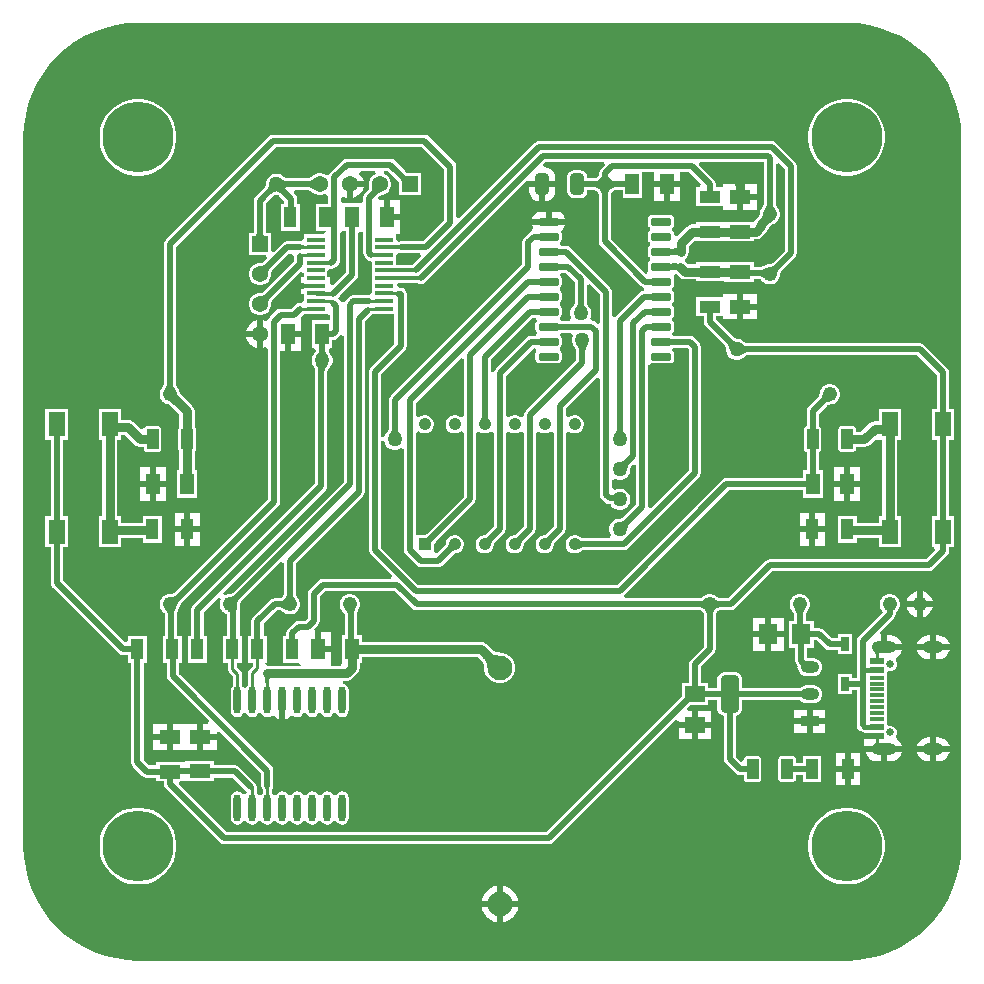
<source format=gtl>
G04*
G04 #@! TF.GenerationSoftware,Altium Limited,Altium Designer,25.3.3 (18)*
G04*
G04 Layer_Physical_Order=1*
G04 Layer_Color=255*
%FSLAX44Y44*%
%MOMM*%
G71*
G04*
G04 #@! TF.SameCoordinates,4553B921-64C7-485E-A772-E3B30A5B98F9*
G04*
G04*
G04 #@! TF.FilePolarity,Positive*
G04*
G01*
G75*
%ADD16C,0.2540*%
%ADD28R,1.6043X0.9521*%
G04:AMPARAMS|DCode=29|XSize=1.6043mm|YSize=0.9521mm|CornerRadius=0.4761mm|HoleSize=0mm|Usage=FLASHONLY|Rotation=180.000|XOffset=0mm|YOffset=0mm|HoleType=Round|Shape=RoundedRectangle|*
%AMROUNDEDRECTD29*
21,1,1.6043,0.0000,0,0,180.0*
21,1,0.6522,0.9521,0,0,180.0*
1,1,0.9521,-0.3261,0.0000*
1,1,0.9521,0.3261,0.0000*
1,1,0.9521,0.3261,0.0000*
1,1,0.9521,-0.3261,0.0000*
%
%ADD29ROUNDEDRECTD29*%
G04:AMPARAMS|DCode=30|XSize=1.6043mm|YSize=3.2621mm|CornerRadius=0.4733mm|HoleSize=0mm|Usage=FLASHONLY|Rotation=180.000|XOffset=0mm|YOffset=0mm|HoleType=Round|Shape=RoundedRectangle|*
%AMROUNDEDRECTD30*
21,1,1.6043,2.3156,0,0,180.0*
21,1,0.6578,3.2621,0,0,180.0*
1,1,0.9465,-0.3289,1.1578*
1,1,0.9465,0.3289,1.1578*
1,1,0.9465,0.3289,-1.1578*
1,1,0.9465,-0.3289,-1.1578*
%
%ADD30ROUNDEDRECTD30*%
%ADD66O,0.6000X2.3000*%
%ADD67R,1.4000X2.1000*%
%ADD68R,1.5000X0.4500*%
G04:AMPARAMS|DCode=69|XSize=1.7mm|YSize=0.61mm|CornerRadius=0.0763mm|HoleSize=0mm|Usage=FLASHONLY|Rotation=0.000|XOffset=0mm|YOffset=0mm|HoleType=Round|Shape=RoundedRectangle|*
%AMROUNDEDRECTD69*
21,1,1.7000,0.4575,0,0,0.0*
21,1,1.5475,0.6100,0,0,0.0*
1,1,0.1525,0.7738,-0.2288*
1,1,0.1525,-0.7738,-0.2288*
1,1,0.1525,-0.7738,0.2288*
1,1,0.1525,0.7738,0.2288*
%
%ADD69ROUNDEDRECTD69*%
%ADD70R,0.7300X1.2100*%
%ADD71R,1.1176X1.7526*%
G04:AMPARAMS|DCode=72|XSize=0.97mm|YSize=1.73mm|CornerRadius=0.0728mm|HoleSize=0mm|Usage=FLASHONLY|Rotation=0.000|XOffset=0mm|YOffset=0mm|HoleType=Round|Shape=RoundedRectangle|*
%AMROUNDEDRECTD72*
21,1,0.9700,1.5845,0,0,0.0*
21,1,0.8245,1.7300,0,0,0.0*
1,1,0.1455,0.4123,-0.7923*
1,1,0.1455,-0.4123,-0.7923*
1,1,0.1455,-0.4123,0.7923*
1,1,0.1455,0.4123,0.7923*
%
%ADD72ROUNDEDRECTD72*%
%ADD73R,1.0100X1.7300*%
%ADD74R,1.1500X0.6000*%
%ADD75R,1.1500X0.3000*%
%ADD76R,1.6000X1.8000*%
%ADD77R,1.2000X1.8200*%
%ADD78R,1.7100X1.3800*%
%ADD79R,1.8200X1.1600*%
G04:AMPARAMS|DCode=80|XSize=1.82mm|YSize=1.15mm|CornerRadius=0.3105mm|HoleSize=0mm|Usage=FLASHONLY|Rotation=270.000|XOffset=0mm|YOffset=0mm|HoleType=Round|Shape=RoundedRectangle|*
%AMROUNDEDRECTD80*
21,1,1.8200,0.5290,0,0,270.0*
21,1,1.1990,1.1500,0,0,270.0*
1,1,0.6210,-0.2645,-0.5995*
1,1,0.6210,-0.2645,0.5995*
1,1,0.6210,0.2645,0.5995*
1,1,0.6210,0.2645,-0.5995*
%
%ADD80ROUNDEDRECTD80*%
%ADD81R,1.8200X1.2000*%
%ADD82R,1.7526X1.1176*%
%ADD83R,1.1600X1.8200*%
%ADD84C,0.5080*%
%ADD85C,0.3000*%
%ADD86C,0.3420*%
%ADD87C,0.7620*%
%ADD88C,0.3810*%
%ADD89C,1.3700*%
%ADD90R,1.3700X1.3700*%
%ADD91C,1.2400*%
%ADD92C,2.1000*%
%ADD93C,1.0500*%
%ADD94R,1.0500X1.0500*%
%ADD95O,1.8000X1.0000*%
%ADD96O,2.1000X1.0000*%
%ADD97C,0.6500*%
%ADD98R,1.3700X1.3700*%
%ADD99C,6.0000*%
%ADD100C,1.2700*%
G36*
X709503Y796483D02*
X718914Y795087D01*
X728143Y792775D01*
X737101Y789570D01*
X745702Y785502D01*
X753862Y780611D01*
X761504Y774943D01*
X768554Y768554D01*
X774943Y761504D01*
X780611Y753862D01*
X785502Y745702D01*
X789570Y737101D01*
X792775Y728143D01*
X795087Y718914D01*
X796483Y709503D01*
X796940Y700199D01*
X796900Y700000D01*
Y100000D01*
X796940Y99801D01*
X796483Y90497D01*
X795087Y81086D01*
X792775Y71857D01*
X789570Y62899D01*
X785502Y54298D01*
X780611Y46138D01*
X774943Y38496D01*
X768554Y31446D01*
X761504Y25057D01*
X753862Y19389D01*
X745702Y14498D01*
X737101Y10430D01*
X728143Y7225D01*
X718914Y4913D01*
X709503Y3517D01*
X700199Y3060D01*
X700000Y3100D01*
X100000D01*
X99801Y3060D01*
X90497Y3517D01*
X81086Y4913D01*
X71857Y7225D01*
X62899Y10430D01*
X54298Y14498D01*
X46138Y19389D01*
X38496Y25057D01*
X31446Y31446D01*
X25057Y38496D01*
X19389Y46138D01*
X14498Y54298D01*
X10430Y62899D01*
X7225Y71857D01*
X4913Y81086D01*
X3517Y90497D01*
X3060Y99801D01*
X3100Y100000D01*
Y700000D01*
X3060Y700199D01*
X3517Y709503D01*
X4913Y718914D01*
X7225Y728143D01*
X10430Y737101D01*
X14498Y745702D01*
X19389Y753862D01*
X25057Y761504D01*
X31446Y768554D01*
X38496Y774943D01*
X46138Y780611D01*
X54298Y785502D01*
X62899Y789570D01*
X71857Y792775D01*
X81086Y795087D01*
X90497Y796483D01*
X99801Y796940D01*
X100000Y796900D01*
X700000D01*
X700199Y796940D01*
X709503Y796483D01*
D02*
G37*
%LPC*%
G36*
X702561Y732540D02*
X697439D01*
X692380Y731739D01*
X687509Y730156D01*
X682945Y727831D01*
X678802Y724820D01*
X675180Y721199D01*
X672169Y717055D01*
X669844Y712491D01*
X668261Y707620D01*
X667460Y702561D01*
Y697439D01*
X668261Y692380D01*
X669844Y687509D01*
X672169Y682945D01*
X675180Y678802D01*
X678802Y675180D01*
X682945Y672169D01*
X687509Y669844D01*
X692380Y668261D01*
X697439Y667460D01*
X702561D01*
X707620Y668261D01*
X712491Y669844D01*
X717055Y672169D01*
X721199Y675180D01*
X724820Y678802D01*
X727831Y682945D01*
X730156Y687509D01*
X731739Y692380D01*
X732540Y697439D01*
Y702561D01*
X731739Y707620D01*
X730156Y712491D01*
X727831Y717055D01*
X724820Y721199D01*
X721199Y724820D01*
X717055Y727831D01*
X712491Y730156D01*
X707620Y731739D01*
X702561Y732540D01*
D02*
G37*
G36*
X102561D02*
X97439D01*
X92380Y731739D01*
X87509Y730156D01*
X82945Y727831D01*
X78801Y724820D01*
X75180Y721199D01*
X72169Y717055D01*
X69844Y712491D01*
X68261Y707620D01*
X67460Y702561D01*
Y697439D01*
X68261Y692380D01*
X69844Y687509D01*
X72169Y682945D01*
X75180Y678802D01*
X78801Y675180D01*
X82945Y672169D01*
X87509Y669844D01*
X92380Y668261D01*
X97439Y667460D01*
X102561D01*
X107620Y668261D01*
X112491Y669844D01*
X117055Y672169D01*
X121198Y675180D01*
X124820Y678802D01*
X127830Y682945D01*
X130156Y687509D01*
X131739Y692380D01*
X132540Y697439D01*
Y702561D01*
X131739Y707620D01*
X130156Y712491D01*
X127830Y717055D01*
X124820Y721199D01*
X121198Y724820D01*
X117055Y727831D01*
X112491Y730156D01*
X107620Y731739D01*
X102561Y732540D01*
D02*
G37*
G36*
X342392Y702410D02*
X214630D01*
X212648Y702015D01*
X210968Y700892D01*
X123337Y613262D01*
X122215Y611582D01*
X121820Y609600D01*
Y491121D01*
X121817Y491080D01*
X121755Y490693D01*
X121674Y490345D01*
X121575Y490034D01*
X121460Y489757D01*
X121331Y489507D01*
X121187Y489282D01*
X121026Y489073D01*
X120765Y488793D01*
X120656Y488616D01*
X120006Y487966D01*
X118856Y485974D01*
X118260Y483751D01*
Y481449D01*
X118856Y479226D01*
X120006Y477234D01*
X121634Y475606D01*
X123626Y474456D01*
X125849Y473860D01*
X126456D01*
X127404Y473040D01*
X135076Y465368D01*
Y454781D01*
X135072Y454778D01*
X134350Y453697D01*
X134096Y452422D01*
Y436577D01*
X134350Y435303D01*
X135072Y434222D01*
X135101Y434203D01*
Y418040D01*
X133060D01*
Y394760D01*
X150140D01*
Y418040D01*
X148049D01*
Y434253D01*
X148751Y435303D01*
X149004Y436577D01*
Y452422D01*
X148751Y453697D01*
X148028Y454778D01*
X148025Y454781D01*
Y468050D01*
X147532Y470527D01*
X146128Y472628D01*
X136177Y482579D01*
X135878Y482936D01*
X135740Y483123D01*
Y483751D01*
X135144Y485974D01*
X133994Y487966D01*
X133344Y488616D01*
X133235Y488793D01*
X132974Y489073D01*
X132813Y489282D01*
X132669Y489507D01*
X132540Y489757D01*
X132425Y490034D01*
X132326Y490345D01*
X132245Y490693D01*
X132183Y491080D01*
X132179Y491121D01*
Y607455D01*
X216775Y692050D01*
X340247D01*
X359310Y672987D01*
Y629670D01*
X341769Y612129D01*
X322499D01*
X320980Y611827D01*
X319287Y612722D01*
X318440Y613403D01*
Y618240D01*
X320964Y618280D01*
X321540D01*
Y629920D01*
X310660D01*
Y632460D01*
X308120D01*
Y646640D01*
X304290D01*
X303237Y649180D01*
X303582Y649525D01*
X303610Y649548D01*
X303998Y649846D01*
X304393Y650116D01*
X304797Y650360D01*
X305210Y650579D01*
X305634Y650774D01*
X306070Y650944D01*
X306518Y651091D01*
X307050Y651233D01*
X307267Y651340D01*
X308424Y651650D01*
X310566Y652886D01*
X312314Y654634D01*
X313550Y656776D01*
X314190Y659164D01*
Y661636D01*
X313550Y664024D01*
X312314Y666166D01*
X310566Y667914D01*
X308424Y669150D01*
X308274Y669191D01*
X308608Y671730D01*
X311545D01*
X318850Y664426D01*
X319701Y663509D01*
X320310Y662750D01*
X320773Y662087D01*
X320810Y662023D01*
Y651010D01*
X339590D01*
Y669790D01*
X328577D01*
X328513Y669827D01*
X327879Y670270D01*
X326409Y671516D01*
X317353Y680573D01*
X315672Y681695D01*
X313690Y682089D01*
X276860D01*
X276860Y682089D01*
X274878Y681695D01*
X273197Y680573D01*
X273197Y680572D01*
X262602Y669977D01*
X262078Y669193D01*
X260531Y668337D01*
X258911Y668407D01*
X257624Y669150D01*
X255236Y669790D01*
X252764D01*
X250376Y669150D01*
X248234Y667914D01*
X247514Y667193D01*
X247330Y667078D01*
X246951Y666720D01*
X246638Y666468D01*
X246317Y666251D01*
X245984Y666065D01*
X245636Y665907D01*
X245269Y665776D01*
X244878Y665672D01*
X244460Y665595D01*
X244311Y665580D01*
X225965D01*
X225896Y665586D01*
X225502Y665651D01*
X225145Y665738D01*
X224821Y665844D01*
X224527Y665968D01*
X224259Y666110D01*
X224010Y666271D01*
X223777Y666453D01*
X223474Y666737D01*
X223295Y666848D01*
X222629Y667514D01*
X220601Y668684D01*
X218340Y669290D01*
X216000D01*
X213739Y668684D01*
X211711Y667514D01*
X210056Y665859D01*
X208886Y663831D01*
X208280Y661570D01*
Y660628D01*
X208232Y660423D01*
X208218Y660008D01*
X208182Y659714D01*
X208120Y659425D01*
X208030Y659135D01*
X207911Y658839D01*
X207757Y658535D01*
X207565Y658222D01*
X207333Y657897D01*
X207288Y657843D01*
X199538Y650092D01*
X198415Y648412D01*
X198020Y646430D01*
Y620364D01*
X197987Y619985D01*
X197897Y619441D01*
X197794Y619054D01*
X197767Y618990D01*
X193810D01*
Y600210D01*
X208566D01*
X209538Y597863D01*
X206389Y594714D01*
X206272Y594620D01*
X205922Y594378D01*
X205572Y594175D01*
X205220Y594008D01*
X204863Y593874D01*
X204496Y593770D01*
X204115Y593697D01*
X203715Y593653D01*
X203195Y593638D01*
X202983Y593590D01*
X201964D01*
X199576Y592950D01*
X197434Y591714D01*
X195686Y589966D01*
X194450Y587824D01*
X193810Y585436D01*
Y582964D01*
X194450Y580576D01*
X195686Y578434D01*
X197434Y576686D01*
X199576Y575450D01*
X201964Y574810D01*
X204436D01*
X206824Y575450D01*
X208966Y576686D01*
X210714Y578434D01*
X211950Y580576D01*
X212590Y582964D01*
Y583983D01*
X212638Y584195D01*
X212653Y584715D01*
X212697Y585115D01*
X212770Y585496D01*
X212874Y585862D01*
X213008Y586220D01*
X213175Y586572D01*
X213378Y586922D01*
X213620Y587272D01*
X213713Y587389D01*
X227852Y601527D01*
X230571Y601458D01*
X232311Y599440D01*
Y595235D01*
X206389Y569314D01*
X206272Y569220D01*
X205922Y568978D01*
X205572Y568775D01*
X205220Y568608D01*
X204863Y568474D01*
X204496Y568370D01*
X204115Y568297D01*
X203715Y568253D01*
X203195Y568238D01*
X202983Y568190D01*
X201964D01*
X199576Y567550D01*
X197434Y566314D01*
X195686Y564566D01*
X194450Y562424D01*
X193810Y560036D01*
Y557564D01*
X194450Y555176D01*
X195686Y553034D01*
X197434Y551286D01*
X199576Y550050D01*
X201964Y549410D01*
X204436D01*
X206824Y550050D01*
X208966Y551286D01*
X210714Y553034D01*
X211950Y555176D01*
X212590Y557564D01*
Y558583D01*
X212638Y558795D01*
X212653Y559315D01*
X212697Y559715D01*
X212770Y560096D01*
X212874Y560462D01*
X213008Y560820D01*
X213175Y561172D01*
X213378Y561522D01*
X213620Y561872D01*
X213713Y561989D01*
X238013Y586288D01*
X240360Y585316D01*
Y581780D01*
X237820D01*
Y576990D01*
X240359D01*
Y576159D01*
X250400D01*
Y572741D01*
X240359D01*
Y571910D01*
X237820D01*
Y567120D01*
X240360D01*
Y562004D01*
X237820Y560104D01*
X237490Y560169D01*
X235508Y559775D01*
X233827Y558652D01*
X230152Y554977D01*
X220813D01*
X218831Y554582D01*
X217150Y553460D01*
X211467Y547777D01*
X210345Y546096D01*
X210325Y545995D01*
X208100Y544690D01*
X207459Y544610D01*
X205740Y545070D01*
Y533400D01*
Y521730D01*
X207411Y522177D01*
X209951Y520971D01*
Y393805D01*
X130274Y314129D01*
X130220Y314085D01*
X129927Y313882D01*
X129658Y313727D01*
X129413Y313615D01*
X129188Y313538D01*
X128979Y313490D01*
X128778Y313467D01*
X128574Y313465D01*
X128338Y313490D01*
X128151Y313540D01*
X125849D01*
X123626Y312944D01*
X121634Y311794D01*
X120006Y310166D01*
X118856Y308174D01*
X118260Y305951D01*
Y303649D01*
X118856Y301427D01*
X120006Y299433D01*
X121634Y297806D01*
X121846Y297684D01*
X121847Y297683D01*
X122120Y297469D01*
X122258Y297333D01*
X122380Y297183D01*
X122491Y297011D01*
X122593Y296807D01*
X122685Y296562D01*
X122766Y296269D01*
X122829Y295923D01*
X122837Y295850D01*
Y278003D01*
X120904D01*
Y255397D01*
X124361D01*
Y243840D01*
X124755Y241858D01*
X125878Y240177D01*
X160229Y205827D01*
X159256Y203480D01*
X154940D01*
Y194940D01*
X166580D01*
Y196156D01*
X168927Y197128D01*
X204370Y161685D01*
Y151130D01*
X204765Y149148D01*
X205460Y148107D01*
X205665Y145008D01*
Y144867D01*
X205556Y144794D01*
X204583Y143338D01*
X203200Y143131D01*
X201817Y143338D01*
X200844Y144794D01*
X200735Y144867D01*
Y148590D01*
X200621Y149163D01*
X200760Y149860D01*
X200365Y151842D01*
X199242Y153523D01*
X185902Y166863D01*
X184222Y167985D01*
X182240Y168380D01*
X164040D01*
Y171740D01*
X141035D01*
X140760Y171740D01*
X140760Y171740D01*
X138640Y171390D01*
Y171390D01*
X115360D01*
Y168230D01*
X109605D01*
X104747Y173087D01*
Y255397D01*
X107696D01*
Y278003D01*
X91440D01*
Y273807D01*
X88900Y272755D01*
X36380Y325275D01*
Y353160D01*
X40740D01*
Y379240D01*
X36380D01*
Y444160D01*
X40740D01*
Y470240D01*
X21660D01*
Y444160D01*
X26021D01*
Y379240D01*
X21660D01*
Y353160D01*
X26021D01*
Y323130D01*
X26415Y321147D01*
X27538Y319467D01*
X83968Y263037D01*
X85648Y261915D01*
X87630Y261521D01*
X91440D01*
Y255397D01*
X94389D01*
Y170942D01*
X94783Y168960D01*
X95906Y167279D01*
X103797Y159388D01*
X105478Y158265D01*
X107460Y157871D01*
X115360D01*
Y154710D01*
X121820D01*
Y152400D01*
X122215Y150418D01*
X123337Y148737D01*
X169058Y103018D01*
X170738Y101895D01*
X172720Y101501D01*
X447930D01*
X449912Y101895D01*
X451592Y103018D01*
X555523Y206948D01*
X557870Y205976D01*
Y204780D01*
X568960D01*
Y214220D01*
X566114D01*
X565141Y216567D01*
X567735Y219160D01*
X582590D01*
Y223421D01*
X590426D01*
Y217022D01*
X590676Y215124D01*
X591408Y213354D01*
X592574Y211835D01*
X594093Y210669D01*
X595863Y209937D01*
X595870Y209935D01*
Y173650D01*
X596265Y171668D01*
X597387Y169988D01*
X605938Y161438D01*
X605938Y161437D01*
X607618Y160315D01*
X609600Y159921D01*
X609600Y159921D01*
X612996D01*
Y157177D01*
X613249Y155903D01*
X613972Y154822D01*
X615052Y154100D01*
X616327Y153846D01*
X624572D01*
X625847Y154100D01*
X626928Y154822D01*
X627650Y155903D01*
X627904Y157177D01*
Y173022D01*
X627650Y174297D01*
X626928Y175378D01*
X625847Y176100D01*
X624572Y176354D01*
X616327D01*
X615052Y176100D01*
X613972Y175378D01*
X613249Y174297D01*
X612996Y173022D01*
Y172621D01*
X610456Y171569D01*
X606229Y175796D01*
Y209935D01*
X606237Y209937D01*
X608006Y210669D01*
X609526Y211835D01*
X610691Y213354D01*
X611424Y215124D01*
X611674Y217022D01*
Y223421D01*
X660462D01*
X660482Y223393D01*
X662008Y222223D01*
X663783Y221487D01*
X665689Y221236D01*
X672211D01*
X674117Y221487D01*
X675893Y222223D01*
X677418Y223393D01*
X678588Y224918D01*
X679324Y226694D01*
X679575Y228600D01*
X679324Y230506D01*
X678588Y232282D01*
X677418Y233807D01*
X675893Y234977D01*
X674117Y235713D01*
X672211Y235964D01*
X665689D01*
X663783Y235713D01*
X662008Y234977D01*
X660482Y233807D01*
X660462Y233780D01*
X611674D01*
Y240178D01*
X611424Y242076D01*
X610691Y243846D01*
X609526Y245365D01*
X608006Y246531D01*
X606237Y247264D01*
X604339Y247513D01*
X597761D01*
X595863Y247264D01*
X594093Y246531D01*
X592574Y245365D01*
X591408Y243846D01*
X590676Y242076D01*
X590426Y240178D01*
Y233780D01*
X582590D01*
Y238040D01*
X576679D01*
Y251855D01*
X587863Y263037D01*
X588985Y264718D01*
X589380Y266700D01*
Y296278D01*
X589383Y296320D01*
X589445Y296707D01*
X589526Y297055D01*
X589625Y297366D01*
X589740Y297643D01*
X589869Y297893D01*
X590013Y298118D01*
X590174Y298327D01*
X590415Y298585D01*
X590673Y298826D01*
X590882Y298987D01*
X591107Y299131D01*
X591357Y299260D01*
X591634Y299375D01*
X591945Y299474D01*
X592293Y299555D01*
X592680Y299617D01*
X592721Y299620D01*
X601980D01*
X603962Y300015D01*
X605643Y301138D01*
X637145Y332640D01*
X769620D01*
X771602Y333035D01*
X773282Y334157D01*
X785262Y346137D01*
X786385Y347817D01*
X786779Y349800D01*
X786779Y349800D01*
Y353160D01*
X791140D01*
Y379240D01*
X786779D01*
Y444160D01*
X791140D01*
Y470240D01*
X786779D01*
Y501100D01*
X786385Y503083D01*
X785262Y504763D01*
X765663Y524362D01*
X763982Y525485D01*
X762000Y525880D01*
X615855D01*
X615786Y525886D01*
X615392Y525951D01*
X615035Y526038D01*
X614711Y526144D01*
X614417Y526268D01*
X614149Y526410D01*
X613900Y526571D01*
X613667Y526753D01*
X613364Y527037D01*
X613185Y527148D01*
X612519Y527814D01*
X610491Y528984D01*
X608230Y529590D01*
X607288D01*
X607083Y529638D01*
X606668Y529652D01*
X606374Y529688D01*
X606085Y529750D01*
X605794Y529840D01*
X605499Y529959D01*
X605195Y530113D01*
X604882Y530305D01*
X604557Y530537D01*
X604504Y530581D01*
X589380Y545705D01*
Y548640D01*
X595420D01*
Y545870D01*
X607060D01*
Y556750D01*
Y567630D01*
X595420D01*
Y564896D01*
X572897D01*
Y548640D01*
X579021D01*
Y543560D01*
X579415Y541578D01*
X580537Y539897D01*
X597179Y523256D01*
X597223Y523203D01*
X597455Y522879D01*
X597647Y522565D01*
X597801Y522261D01*
X597920Y521965D01*
X598010Y521675D01*
X598072Y521386D01*
X598108Y521092D01*
X598122Y520677D01*
X598170Y520472D01*
Y519530D01*
X598776Y517269D01*
X599946Y515241D01*
X601601Y513586D01*
X603629Y512416D01*
X605890Y511810D01*
X608230D01*
X610491Y512416D01*
X612519Y513586D01*
X613185Y514252D01*
X613364Y514364D01*
X613667Y514647D01*
X613900Y514829D01*
X614149Y514990D01*
X614417Y515132D01*
X614711Y515256D01*
X615035Y515362D01*
X615392Y515449D01*
X615786Y515514D01*
X615855Y515521D01*
X759855D01*
X776420Y498955D01*
Y470240D01*
X772060D01*
Y444160D01*
X776420D01*
Y379240D01*
X772060D01*
Y353160D01*
X774043D01*
X775095Y350620D01*
X767475Y342999D01*
X635000D01*
X635000Y342999D01*
X633018Y342605D01*
X631338Y341483D01*
X599835Y309979D01*
X592721D01*
X592680Y309983D01*
X592293Y310045D01*
X591945Y310126D01*
X591634Y310225D01*
X591357Y310340D01*
X591107Y310469D01*
X590882Y310613D01*
X590673Y310774D01*
X590393Y311035D01*
X590216Y311144D01*
X589566Y311794D01*
X587574Y312944D01*
X585351Y313540D01*
X583049D01*
X580826Y312944D01*
X578834Y311794D01*
X578184Y311144D01*
X578007Y311035D01*
X577727Y310774D01*
X577519Y310613D01*
X577293Y310469D01*
X577043Y310340D01*
X576766Y310225D01*
X576455Y310126D01*
X576107Y310045D01*
X575720Y309983D01*
X575679Y309979D01*
X512361D01*
X511591Y312519D01*
X511662Y312568D01*
X600340Y401245D01*
X662660D01*
Y394760D01*
X679740D01*
Y418040D01*
X676404D01*
Y433451D01*
X676647Y433500D01*
X677728Y434222D01*
X678450Y435303D01*
X678704Y436577D01*
Y452422D01*
X678450Y453697D01*
X677728Y454778D01*
X676647Y455500D01*
X676429Y455544D01*
Y465904D01*
X683437Y472912D01*
X683469Y472939D01*
X683786Y473169D01*
X684089Y473357D01*
X684379Y473507D01*
X684656Y473622D01*
X684924Y473707D01*
X685186Y473765D01*
X685447Y473799D01*
X685829Y473812D01*
X686032Y473860D01*
X686951D01*
X689174Y474456D01*
X691167Y475606D01*
X692794Y477234D01*
X693944Y479226D01*
X694540Y481449D01*
Y483751D01*
X693944Y485974D01*
X692794Y487966D01*
X691167Y489594D01*
X689174Y490744D01*
X686951Y491340D01*
X684649D01*
X682427Y490744D01*
X680434Y489594D01*
X678806Y487966D01*
X677656Y485974D01*
X677060Y483751D01*
Y482832D01*
X677012Y482630D01*
X676999Y482247D01*
X676965Y481986D01*
X676907Y481724D01*
X676822Y481456D01*
X676707Y481180D01*
X676557Y480890D01*
X676369Y480586D01*
X676139Y480269D01*
X676112Y480237D01*
X667587Y471712D01*
X666465Y470032D01*
X666070Y468050D01*
Y455544D01*
X665852Y455500D01*
X664772Y454778D01*
X664049Y453697D01*
X663796Y452422D01*
Y436577D01*
X664049Y435303D01*
X664772Y434222D01*
X665852Y433500D01*
X666046Y433461D01*
Y418040D01*
X662660D01*
Y411604D01*
X598195D01*
X596213Y411210D01*
X594532Y410087D01*
X505855Y321409D01*
X337425D01*
X306169Y352665D01*
Y442624D01*
X308710Y442958D01*
X309216Y441069D01*
X310386Y439041D01*
X312041Y437386D01*
X314069Y436216D01*
X316330Y435610D01*
X318670D01*
X320931Y436216D01*
X322481Y437110D01*
X324094Y436544D01*
X325020Y435856D01*
Y350616D01*
X325415Y348634D01*
X326538Y346953D01*
X335959Y337532D01*
X337640Y336409D01*
X339622Y336015D01*
X353894D01*
X355876Y336409D01*
X357557Y337532D01*
X367172Y347147D01*
X367351Y347289D01*
X367596Y347460D01*
X367805Y347587D01*
X367975Y347674D01*
X368103Y347725D01*
X368184Y347749D01*
X368221Y347755D01*
X368387Y347764D01*
X368566Y347810D01*
X369326D01*
X371307Y348341D01*
X373083Y349366D01*
X374534Y350817D01*
X375559Y352593D01*
X376090Y354574D01*
Y356626D01*
X375559Y358607D01*
X374534Y360383D01*
X373083Y361833D01*
X371307Y362859D01*
X369326Y363390D01*
X367274D01*
X365293Y362859D01*
X363517Y361833D01*
X362066Y360383D01*
X361041Y358607D01*
X360510Y356626D01*
Y355866D01*
X360464Y355687D01*
X360455Y355521D01*
X360449Y355484D01*
X360425Y355403D01*
X360374Y355275D01*
X360287Y355105D01*
X360160Y354895D01*
X360008Y354679D01*
X359777Y354402D01*
X353230Y347855D01*
X350690Y348907D01*
Y355623D01*
X350727Y355687D01*
X351170Y356321D01*
X352416Y357791D01*
X384663Y390037D01*
X385785Y391718D01*
X386180Y393700D01*
Y450112D01*
X388719Y451164D01*
X388917Y450966D01*
X390693Y449941D01*
X392674Y449410D01*
X394726D01*
X396707Y449941D01*
X398483Y450966D01*
X398680Y451164D01*
X401221Y450112D01*
Y370445D01*
X394828Y364053D01*
X394649Y363911D01*
X394404Y363740D01*
X394195Y363613D01*
X394025Y363526D01*
X393897Y363475D01*
X393816Y363451D01*
X393779Y363445D01*
X393613Y363436D01*
X393434Y363390D01*
X392674D01*
X390693Y362859D01*
X388917Y361833D01*
X387467Y360383D01*
X386441Y358607D01*
X385910Y356626D01*
Y354574D01*
X386441Y352593D01*
X387467Y350817D01*
X388917Y349366D01*
X390693Y348341D01*
X392674Y347810D01*
X394726D01*
X396707Y348341D01*
X398483Y349366D01*
X399934Y350817D01*
X400959Y352593D01*
X401490Y354574D01*
Y355334D01*
X401536Y355513D01*
X401545Y355679D01*
X401551Y355716D01*
X401575Y355797D01*
X401626Y355925D01*
X401713Y356095D01*
X401840Y356305D01*
X401992Y356521D01*
X402223Y356798D01*
X410062Y364637D01*
X411185Y366318D01*
X411580Y368300D01*
Y450112D01*
X414119Y451164D01*
X414317Y450966D01*
X416093Y449941D01*
X418074Y449410D01*
X420126D01*
X422107Y449941D01*
X423883Y450966D01*
X424081Y451164D01*
X426620Y450112D01*
Y370445D01*
X420228Y364053D01*
X420049Y363911D01*
X419804Y363740D01*
X419595Y363613D01*
X419425Y363526D01*
X419297Y363475D01*
X419216Y363451D01*
X419179Y363445D01*
X419013Y363436D01*
X418834Y363390D01*
X418074D01*
X416093Y362859D01*
X414317Y361833D01*
X412867Y360383D01*
X411841Y358607D01*
X411310Y356626D01*
Y354574D01*
X411841Y352593D01*
X412867Y350817D01*
X414317Y349366D01*
X416093Y348341D01*
X418074Y347810D01*
X420126D01*
X422107Y348341D01*
X423883Y349366D01*
X425334Y350817D01*
X426359Y352593D01*
X426890Y354574D01*
Y355334D01*
X426936Y355513D01*
X426945Y355679D01*
X426951Y355716D01*
X426975Y355797D01*
X427026Y355925D01*
X427113Y356095D01*
X427240Y356305D01*
X427392Y356521D01*
X427623Y356798D01*
X435462Y364637D01*
X436585Y366318D01*
X436979Y368300D01*
Y450112D01*
X439520Y451164D01*
X439717Y450966D01*
X441493Y449941D01*
X443474Y449410D01*
X445526D01*
X447507Y449941D01*
X449283Y450966D01*
X449481Y451164D01*
X452020Y450112D01*
Y370445D01*
X445628Y364053D01*
X445449Y363911D01*
X445204Y363740D01*
X444995Y363613D01*
X444825Y363526D01*
X444697Y363475D01*
X444616Y363451D01*
X444579Y363445D01*
X444413Y363436D01*
X444234Y363390D01*
X443474D01*
X441493Y362859D01*
X439717Y361833D01*
X438266Y360383D01*
X437241Y358607D01*
X436710Y356626D01*
Y354574D01*
X437241Y352593D01*
X438266Y350817D01*
X439717Y349366D01*
X441493Y348341D01*
X443474Y347810D01*
X445526D01*
X447507Y348341D01*
X449283Y349366D01*
X450733Y350817D01*
X451759Y352593D01*
X452290Y354574D01*
Y355334D01*
X452336Y355513D01*
X452345Y355679D01*
X452351Y355716D01*
X452375Y355797D01*
X452426Y355925D01*
X452513Y356095D01*
X452640Y356305D01*
X452792Y356521D01*
X453023Y356798D01*
X460863Y364637D01*
X461985Y366318D01*
X462379Y368300D01*
Y450112D01*
X464920Y451164D01*
X465117Y450966D01*
X466893Y449941D01*
X468874Y449410D01*
X470926D01*
X472907Y449941D01*
X474683Y450966D01*
X476133Y452417D01*
X477159Y454193D01*
X477690Y456174D01*
Y458226D01*
X477159Y460207D01*
X476133Y461983D01*
X474683Y463433D01*
X472907Y464459D01*
X470926Y464990D01*
X468874D01*
X466893Y464459D01*
X465117Y463433D01*
X464920Y463236D01*
X462379Y464288D01*
Y470295D01*
X488874Y496789D01*
X491221Y495817D01*
Y397648D01*
X491615Y395666D01*
X492738Y393986D01*
X495713Y391010D01*
X495713Y391010D01*
X497394Y389887D01*
X499376Y389493D01*
X500164D01*
X500886Y388241D01*
X502541Y386586D01*
X504569Y385416D01*
X506830Y384810D01*
X509170D01*
X511431Y385416D01*
X513459Y386586D01*
X515114Y388241D01*
X516284Y390269D01*
X516890Y392530D01*
Y394870D01*
X516284Y397131D01*
X515114Y399159D01*
X513459Y400814D01*
X511431Y401984D01*
X509170Y402590D01*
X506830D01*
X504569Y401984D01*
X504119Y401725D01*
X501580Y403191D01*
Y409609D01*
X504119Y411075D01*
X504569Y410816D01*
X506830Y410210D01*
X509170D01*
X511431Y410816D01*
X513459Y411986D01*
X515114Y413641D01*
X516284Y415669D01*
X516890Y417930D01*
Y418872D01*
X516938Y419077D01*
X516952Y419492D01*
X516988Y419786D01*
X517050Y420075D01*
X517140Y420365D01*
X517259Y420661D01*
X517413Y420965D01*
X517605Y421278D01*
X517837Y421603D01*
X517881Y421656D01*
X519524Y423299D01*
X521870Y422327D01*
Y389495D01*
X510556Y378181D01*
X510503Y378137D01*
X510179Y377905D01*
X509865Y377713D01*
X509561Y377559D01*
X509266Y377439D01*
X508975Y377350D01*
X508686Y377288D01*
X508392Y377252D01*
X507977Y377238D01*
X507772Y377190D01*
X506830D01*
X504569Y376584D01*
X502541Y375414D01*
X500886Y373759D01*
X499716Y371731D01*
X499110Y369470D01*
Y367130D01*
X499716Y364869D01*
X500610Y363320D01*
X500044Y361707D01*
X499356Y360779D01*
X476675D01*
X476448Y360806D01*
X476154Y360858D01*
X475916Y360916D01*
X475734Y360975D01*
X475608Y361029D01*
X475533Y361070D01*
X475503Y361091D01*
X475379Y361202D01*
X475220Y361296D01*
X474683Y361833D01*
X472907Y362859D01*
X470926Y363390D01*
X468874D01*
X466893Y362859D01*
X465117Y361833D01*
X463666Y360383D01*
X462641Y358607D01*
X462110Y356626D01*
Y354574D01*
X462641Y352593D01*
X463666Y350817D01*
X465117Y349366D01*
X466893Y348341D01*
X468874Y347810D01*
X470926D01*
X472907Y348341D01*
X474683Y349366D01*
X475220Y349904D01*
X475379Y349998D01*
X475503Y350109D01*
X475533Y350130D01*
X475608Y350171D01*
X475734Y350225D01*
X475916Y350284D01*
X476154Y350342D01*
X476414Y350388D01*
X476774Y350420D01*
X511465D01*
X513447Y350815D01*
X515127Y351937D01*
X575163Y411973D01*
X576285Y413653D01*
X576679Y415635D01*
Y522804D01*
X576285Y524786D01*
X575163Y526467D01*
X570917Y530713D01*
X569236Y531835D01*
X567254Y532229D01*
X553286D01*
X552577Y534683D01*
X552614Y534811D01*
X553019Y535082D01*
X553749Y536174D01*
X554005Y537463D01*
Y542038D01*
X553749Y543326D01*
X553019Y544418D01*
X552614Y544689D01*
X552491Y545113D01*
Y547087D01*
X552614Y547511D01*
X553019Y547782D01*
X553749Y548874D01*
X554005Y550163D01*
Y554738D01*
X553749Y556026D01*
X553019Y557118D01*
X552614Y557389D01*
X552491Y557813D01*
Y559787D01*
X552614Y560211D01*
X553019Y560482D01*
X553749Y561574D01*
X554005Y562863D01*
Y567438D01*
X553749Y568726D01*
X553019Y569818D01*
X552614Y570089D01*
X552491Y570513D01*
Y572487D01*
X552614Y572911D01*
X553019Y573182D01*
X553749Y574274D01*
X554005Y575563D01*
Y580137D01*
X553749Y581426D01*
X553683Y581525D01*
X554557Y584208D01*
X554646Y584306D01*
X555682Y584512D01*
X558540Y581654D01*
X560640Y580250D01*
X563118Y579758D01*
X572897D01*
Y578104D01*
X595503D01*
Y578104D01*
X597960Y577910D01*
Y577910D01*
X597963Y577910D01*
X621240D01*
Y580045D01*
X626048D01*
X626121Y580038D01*
X626465Y579975D01*
X626758Y579894D01*
X627003Y579802D01*
X627206Y579700D01*
X627378Y579590D01*
X627527Y579468D01*
X627662Y579330D01*
X627875Y579057D01*
X627879Y579053D01*
X628006Y578834D01*
X629633Y577206D01*
X631627Y576056D01*
X633849Y575460D01*
X636151D01*
X638373Y576056D01*
X640367Y577206D01*
X641994Y578834D01*
X643144Y580826D01*
X643740Y583049D01*
Y583968D01*
X643788Y584170D01*
X643801Y584553D01*
X643835Y584814D01*
X643893Y585076D01*
X643978Y585344D01*
X644093Y585620D01*
X644243Y585910D01*
X644431Y586214D01*
X644661Y586531D01*
X644688Y586563D01*
X656381Y598256D01*
X657504Y599936D01*
X657898Y601918D01*
Y675702D01*
X657898Y675702D01*
X657504Y677684D01*
X656381Y679364D01*
X656381Y679364D01*
X640186Y695558D01*
X638506Y696681D01*
X636524Y697076D01*
X439637D01*
X437655Y696681D01*
X435975Y695558D01*
X372016Y631600D01*
X369669Y632572D01*
Y675132D01*
X369275Y677114D01*
X368153Y678794D01*
X346054Y700892D01*
X344374Y702015D01*
X342392Y702410D01*
D02*
G37*
G36*
X321540Y646640D02*
X313200D01*
Y635000D01*
X321540D01*
Y646640D01*
D02*
G37*
G36*
X623780Y567630D02*
X612140D01*
Y559290D01*
X623780D01*
Y567630D01*
D02*
G37*
G36*
Y554210D02*
X612140D01*
Y545870D01*
X623780D01*
Y554210D01*
D02*
G37*
G36*
X200660Y545070D02*
X198595Y544517D01*
X195875Y542946D01*
X193654Y540725D01*
X192083Y538005D01*
X191530Y535940D01*
X200660D01*
Y545070D01*
D02*
G37*
G36*
Y530860D02*
X191530D01*
X192083Y528795D01*
X193654Y526075D01*
X195875Y523854D01*
X198595Y522283D01*
X200660Y521730D01*
Y530860D01*
D02*
G37*
G36*
X746140Y470240D02*
X727060D01*
Y459864D01*
X723900D01*
X721422Y459372D01*
X719322Y457968D01*
X712328Y450974D01*
X707804D01*
Y452422D01*
X707551Y453697D01*
X706828Y454778D01*
X705748Y455500D01*
X704473Y455754D01*
X696228D01*
X694953Y455500D01*
X693872Y454778D01*
X693150Y453697D01*
X692896Y452422D01*
Y436577D01*
X693150Y435303D01*
X693872Y434222D01*
X694953Y433500D01*
X696228Y433246D01*
X704473D01*
X705748Y433500D01*
X706828Y434222D01*
X707551Y435303D01*
X707804Y436577D01*
Y438026D01*
X715010D01*
X717488Y438518D01*
X719588Y439922D01*
X724520Y444854D01*
X727060Y444160D01*
Y444160D01*
X730126D01*
Y379240D01*
X727060D01*
Y373724D01*
X708660D01*
Y379603D01*
X692404D01*
Y356997D01*
X708660D01*
Y360776D01*
X727060D01*
Y353160D01*
X746140D01*
Y379240D01*
X743074D01*
Y444160D01*
X746140D01*
Y470240D01*
D02*
G37*
G36*
X85740D02*
X66660D01*
Y444160D01*
X69726D01*
Y379240D01*
X66660D01*
Y353160D01*
X85740D01*
Y360776D01*
X104140D01*
Y356997D01*
X120396D01*
Y379603D01*
X104140D01*
Y373724D01*
X85740D01*
Y379240D01*
X82674D01*
Y444160D01*
X85740D01*
Y448186D01*
X88758D01*
X97022Y439922D01*
X99122Y438518D01*
X101600Y438026D01*
X104996D01*
Y436577D01*
X105249Y435303D01*
X105972Y434222D01*
X107052Y433500D01*
X108327Y433246D01*
X116572D01*
X117847Y433500D01*
X118928Y434222D01*
X119650Y435303D01*
X119904Y436577D01*
Y452422D01*
X119650Y453697D01*
X118928Y454778D01*
X117847Y455500D01*
X116572Y455754D01*
X108327D01*
X107052Y455500D01*
X105972Y454778D01*
X105249Y453697D01*
X105233Y453615D01*
X102546Y452710D01*
X96018Y459238D01*
X93918Y460642D01*
X91440Y461134D01*
X85740D01*
Y470240D01*
D02*
G37*
G36*
X123480Y420580D02*
X114940D01*
Y408940D01*
X123480D01*
Y420580D01*
D02*
G37*
G36*
X711480D02*
X702940D01*
Y408940D01*
X711480D01*
Y420580D01*
D02*
G37*
G36*
X697860D02*
X689320D01*
Y408940D01*
X697860D01*
Y420580D01*
D02*
G37*
G36*
X109860D02*
X101320D01*
Y408940D01*
X109860D01*
Y420580D01*
D02*
G37*
G36*
X711480Y403860D02*
X702940D01*
Y392220D01*
X711480D01*
Y403860D01*
D02*
G37*
G36*
X697860D02*
X689320D01*
Y392220D01*
X697860D01*
Y403860D01*
D02*
G37*
G36*
X123480D02*
X114940D01*
Y392220D01*
X123480D01*
Y403860D01*
D02*
G37*
G36*
X109860D02*
X101320D01*
Y392220D01*
X109860D01*
Y403860D01*
D02*
G37*
G36*
X681736Y382143D02*
X673608D01*
Y370840D01*
X681736D01*
Y382143D01*
D02*
G37*
G36*
X152400D02*
X144272D01*
Y370840D01*
X152400D01*
Y382143D01*
D02*
G37*
G36*
X139192D02*
X131064D01*
Y370840D01*
X139192D01*
Y382143D01*
D02*
G37*
G36*
X668528D02*
X660400D01*
Y370840D01*
X668528D01*
Y382143D01*
D02*
G37*
G36*
X681736Y365760D02*
X673608D01*
Y354457D01*
X681736D01*
Y365760D01*
D02*
G37*
G36*
X668528D02*
X660400D01*
Y354457D01*
X668528D01*
Y365760D01*
D02*
G37*
G36*
X152400D02*
X144272D01*
Y354457D01*
X152400D01*
Y365760D01*
D02*
G37*
G36*
X139192D02*
X131064D01*
Y354457D01*
X139192D01*
Y365760D01*
D02*
G37*
G36*
X764540Y315797D02*
Y307340D01*
X772997D01*
X772511Y309154D01*
X771026Y311726D01*
X768926Y313826D01*
X766354Y315311D01*
X764540Y315797D01*
D02*
G37*
G36*
X759460D02*
X757646Y315311D01*
X755074Y313826D01*
X752974Y311726D01*
X751489Y309154D01*
X751003Y307340D01*
X759460D01*
Y315797D01*
D02*
G37*
G36*
X772997Y302260D02*
X764540D01*
Y293803D01*
X766354Y294289D01*
X768926Y295774D01*
X771026Y297874D01*
X772511Y300446D01*
X772997Y302260D01*
D02*
G37*
G36*
X759460D02*
X751003D01*
X751489Y300446D01*
X752974Y297874D01*
X755074Y295774D01*
X757646Y294289D01*
X759460Y293803D01*
Y302260D01*
D02*
G37*
G36*
X646780Y293480D02*
X636240D01*
Y281940D01*
X646780D01*
Y293480D01*
D02*
G37*
G36*
X631160D02*
X620620D01*
Y281940D01*
X631160D01*
Y293480D01*
D02*
G37*
G36*
X777400Y278467D02*
X775940D01*
Y270840D01*
X787233D01*
X787221Y270931D01*
X786205Y273383D01*
X784589Y275489D01*
X782484Y277104D01*
X780031Y278120D01*
X777400Y278467D01*
D02*
G37*
G36*
X737100D02*
X734140D01*
Y270840D01*
X746933D01*
X746921Y270931D01*
X745905Y273383D01*
X744289Y275489D01*
X742184Y277104D01*
X739732Y278120D01*
X737100Y278467D01*
D02*
G37*
G36*
X770860D02*
X769400D01*
X766769Y278120D01*
X764317Y277104D01*
X762211Y275489D01*
X760595Y273383D01*
X759579Y270931D01*
X759567Y270840D01*
X770860D01*
Y278467D01*
D02*
G37*
G36*
X646780Y276860D02*
X636240D01*
Y265320D01*
X646780D01*
Y276860D01*
D02*
G37*
G36*
X631160D02*
X620620D01*
Y265320D01*
X631160D01*
Y276860D01*
D02*
G37*
G36*
X661551Y313540D02*
X659249D01*
X657027Y312944D01*
X655033Y311794D01*
X653406Y310166D01*
X652256Y308174D01*
X651660Y305951D01*
Y303649D01*
X652256Y301427D01*
X653406Y299433D01*
X654056Y298784D01*
X654165Y298607D01*
X654426Y298327D01*
X654587Y298118D01*
X654731Y297893D01*
X654860Y297643D01*
X654975Y297366D01*
X655074Y297055D01*
X655155Y296707D01*
X655217Y296320D01*
X655220Y296279D01*
Y290940D01*
X651160D01*
Y267860D01*
X656520D01*
Y256691D01*
X656915Y254709D01*
X658037Y253029D01*
X658470Y252596D01*
X658326Y251500D01*
X658577Y249594D01*
X659312Y247818D01*
X660482Y246293D01*
X662008Y245123D01*
X663783Y244387D01*
X665689Y244137D01*
X672211D01*
X674117Y244387D01*
X675893Y245123D01*
X677418Y246293D01*
X678588Y247818D01*
X679324Y249594D01*
X679575Y251500D01*
X679324Y253406D01*
X678588Y255182D01*
X677418Y256707D01*
X675893Y257877D01*
X674117Y258613D01*
X672211Y258864D01*
X666880D01*
Y267860D01*
X672240D01*
Y274221D01*
X674801D01*
X681883Y267138D01*
X681883Y267138D01*
X683564Y266015D01*
X685546Y265621D01*
X692310D01*
Y262210D01*
X704690D01*
Y279390D01*
X692310D01*
Y275980D01*
X687691D01*
X680609Y283062D01*
X678928Y284185D01*
X676946Y284580D01*
X672240D01*
Y290940D01*
X665580D01*
Y296278D01*
X665583Y296320D01*
X665645Y296707D01*
X665726Y297055D01*
X665825Y297366D01*
X665940Y297643D01*
X666069Y297893D01*
X666213Y298118D01*
X666374Y298327D01*
X666635Y298607D01*
X666744Y298784D01*
X667394Y299433D01*
X668544Y301427D01*
X669140Y303649D01*
Y305951D01*
X668544Y308174D01*
X667394Y310166D01*
X665767Y311794D01*
X663773Y312944D01*
X661551Y313540D01*
D02*
G37*
G36*
X787233Y265760D02*
X775940D01*
Y258133D01*
X777400D01*
X780031Y258479D01*
X782484Y259495D01*
X784589Y261111D01*
X786205Y263216D01*
X787221Y265668D01*
X787233Y265760D01*
D02*
G37*
G36*
X770860D02*
X759567D01*
X759579Y265668D01*
X760595Y263216D01*
X762211Y261111D01*
X764317Y259495D01*
X766769Y258479D01*
X769400Y258133D01*
X770860D01*
Y265760D01*
D02*
G37*
G36*
X737751Y313540D02*
X735449D01*
X733226Y312944D01*
X731234Y311794D01*
X729606Y310166D01*
X728456Y308174D01*
X727860Y305951D01*
Y303649D01*
X728456Y301427D01*
X729606Y299433D01*
X730821Y298218D01*
X710078Y277474D01*
X708955Y275794D01*
X708560Y273812D01*
Y242379D01*
X704690D01*
Y245790D01*
X692310D01*
Y228610D01*
X704690D01*
Y232020D01*
X708560D01*
Y202184D01*
X708955Y200202D01*
X710078Y198521D01*
X711758Y197399D01*
X712619Y197227D01*
X713090Y196913D01*
X714824Y196568D01*
X715020D01*
Y195640D01*
X717560D01*
Y195559D01*
X725850D01*
Y190560D01*
X715020D01*
Y185020D01*
X715020D01*
X715246Y184440D01*
X731600D01*
X746933D01*
X746921Y184531D01*
X745905Y186984D01*
X744289Y189089D01*
X742581Y190400D01*
X741508Y192920D01*
X742390Y195048D01*
Y197351D01*
X741508Y199480D01*
X739880Y201108D01*
X737752Y201990D01*
X735448D01*
X734140Y204197D01*
Y208560D01*
Y218560D01*
Y228560D01*
Y238560D01*
Y247336D01*
X735448Y248210D01*
X737752D01*
X739880Y249091D01*
X741508Y250720D01*
X742390Y252848D01*
Y255152D01*
X741508Y257280D01*
X742581Y259800D01*
X744289Y261111D01*
X745905Y263216D01*
X746921Y265668D01*
X746933Y265760D01*
X731600D01*
Y268300D01*
X729060D01*
Y279074D01*
X728260Y281007D01*
X740263Y293009D01*
X741385Y294690D01*
X741779Y296672D01*
Y297698D01*
X741966Y297806D01*
X743594Y299433D01*
X744744Y301427D01*
X745340Y303649D01*
Y305951D01*
X744744Y308174D01*
X743594Y310166D01*
X741966Y311794D01*
X739974Y312944D01*
X737751Y313540D01*
D02*
G37*
G36*
X682052Y215541D02*
X671490D01*
Y208240D01*
X682052D01*
Y215541D01*
D02*
G37*
G36*
X666410D02*
X655849D01*
Y208240D01*
X666410D01*
Y215541D01*
D02*
G37*
G36*
X585130Y214220D02*
X574040D01*
Y204780D01*
X585130D01*
Y214220D01*
D02*
G37*
G36*
X682052Y203160D02*
X671490D01*
Y195859D01*
X682052D01*
Y203160D01*
D02*
G37*
G36*
X666410D02*
X655849D01*
Y195859D01*
X666410D01*
Y203160D01*
D02*
G37*
G36*
X124460Y203430D02*
X112820D01*
Y195090D01*
X124460D01*
Y203430D01*
D02*
G37*
G36*
X585130Y199700D02*
X574040D01*
Y190260D01*
X585130D01*
Y199700D01*
D02*
G37*
G36*
X568960D02*
X557870D01*
Y190260D01*
X568960D01*
Y199700D01*
D02*
G37*
G36*
X777400Y192067D02*
X775940D01*
Y184440D01*
X787233D01*
X787221Y184531D01*
X786205Y186984D01*
X784589Y189089D01*
X782484Y190705D01*
X780031Y191721D01*
X777400Y192067D01*
D02*
G37*
G36*
X770860D02*
X769400D01*
X766769Y191721D01*
X764317Y190705D01*
X762211Y189089D01*
X760595Y186984D01*
X759579Y184531D01*
X759567Y184440D01*
X770860D01*
Y192067D01*
D02*
G37*
G36*
X124460Y190010D02*
X112820D01*
Y181670D01*
X124460D01*
Y190010D01*
D02*
G37*
G36*
X166580Y189860D02*
X154940D01*
Y181320D01*
X166580D01*
Y189860D01*
D02*
G37*
G36*
X149860Y203480D02*
X138220D01*
Y203430D01*
X129540D01*
Y192550D01*
Y181670D01*
X138220D01*
Y181320D01*
X149860D01*
Y192400D01*
Y203480D01*
D02*
G37*
G36*
X787233Y179360D02*
X775940D01*
Y171733D01*
X777400D01*
X780031Y172080D01*
X782484Y173095D01*
X784589Y174711D01*
X786205Y176817D01*
X787221Y179269D01*
X787233Y179360D01*
D02*
G37*
G36*
X770860D02*
X759567D01*
X759579Y179269D01*
X760595Y176817D01*
X762211Y174711D01*
X764317Y173095D01*
X766769Y172080D01*
X769400Y171733D01*
X770860D01*
Y179360D01*
D02*
G37*
G36*
X746933D02*
X734140D01*
Y171733D01*
X737100D01*
X739732Y172080D01*
X742184Y173095D01*
X744289Y174711D01*
X745905Y176817D01*
X746921Y179269D01*
X746933Y179360D01*
D02*
G37*
G36*
X729060D02*
X716268D01*
X716280Y179269D01*
X717295Y176817D01*
X718911Y174711D01*
X721017Y173095D01*
X723469Y172080D01*
X726100Y171733D01*
X729060D01*
Y179360D01*
D02*
G37*
G36*
X711030Y178830D02*
X703440D01*
Y167640D01*
X711030D01*
Y178830D01*
D02*
G37*
G36*
X698360D02*
X690770D01*
Y167640D01*
X698360D01*
Y178830D01*
D02*
G37*
G36*
X653673Y176354D02*
X645428D01*
X644153Y176100D01*
X643072Y175378D01*
X642350Y174297D01*
X642096Y173022D01*
Y157177D01*
X642350Y155903D01*
X643072Y154822D01*
X644153Y154100D01*
X645428Y153846D01*
X653673D01*
X654948Y154100D01*
X656028Y154822D01*
X656751Y155903D01*
X657004Y157177D01*
Y159921D01*
X663110D01*
Y153910D01*
X678290D01*
Y176290D01*
X663110D01*
Y170280D01*
X657004D01*
Y173022D01*
X656751Y174297D01*
X656028Y175378D01*
X654948Y176100D01*
X653673Y176354D01*
D02*
G37*
G36*
X711030Y162560D02*
X703440D01*
Y151370D01*
X711030D01*
Y162560D01*
D02*
G37*
G36*
X698360D02*
X690770D01*
Y151370D01*
X698360D01*
Y162560D01*
D02*
G37*
G36*
X702561Y132540D02*
X697439D01*
X692380Y131739D01*
X687509Y130156D01*
X682945Y127830D01*
X678802Y124820D01*
X675180Y121198D01*
X672169Y117055D01*
X669844Y112491D01*
X668261Y107620D01*
X667460Y102561D01*
Y97439D01*
X668261Y92380D01*
X669844Y87509D01*
X672169Y82945D01*
X675180Y78801D01*
X678802Y75180D01*
X682945Y72169D01*
X687509Y69844D01*
X692380Y68261D01*
X697439Y67460D01*
X702561D01*
X707620Y68261D01*
X712491Y69844D01*
X717055Y72169D01*
X721199Y75180D01*
X724820Y78801D01*
X727831Y82945D01*
X730156Y87509D01*
X731739Y92380D01*
X732540Y97439D01*
Y102561D01*
X731739Y107620D01*
X730156Y112491D01*
X727831Y117055D01*
X724820Y121198D01*
X721199Y124820D01*
X717055Y127830D01*
X712491Y130156D01*
X707620Y131739D01*
X702561Y132540D01*
D02*
G37*
G36*
X102561D02*
X97439D01*
X92380Y131739D01*
X87509Y130156D01*
X82945Y127830D01*
X78801Y124820D01*
X75180Y121198D01*
X72169Y117055D01*
X69844Y112491D01*
X68261Y107620D01*
X67460Y102561D01*
Y97439D01*
X68261Y92380D01*
X69844Y87509D01*
X72169Y82945D01*
X75180Y78801D01*
X78801Y75180D01*
X82945Y72169D01*
X87509Y69844D01*
X92380Y68261D01*
X97439Y67460D01*
X102561D01*
X107620Y68261D01*
X112491Y69844D01*
X117055Y72169D01*
X121198Y75180D01*
X124820Y78801D01*
X127830Y82945D01*
X130156Y87509D01*
X131739Y92380D01*
X132540Y97439D01*
Y102561D01*
X131739Y107620D01*
X130156Y112491D01*
X127830Y117055D01*
X124820Y121198D01*
X121198Y124820D01*
X117055Y127830D01*
X112491Y130156D01*
X107620Y131739D01*
X102561Y132540D01*
D02*
G37*
G36*
X408940Y66180D02*
Y53340D01*
X421780D01*
X421381Y55345D01*
X420207Y58180D01*
X418502Y60732D01*
X416332Y62902D01*
X413780Y64607D01*
X410945Y65781D01*
X408940Y66180D01*
D02*
G37*
G36*
X403860D02*
X401856Y65781D01*
X399020Y64607D01*
X396468Y62902D01*
X394298Y60732D01*
X392593Y58180D01*
X391419Y55345D01*
X391020Y53340D01*
X403860D01*
Y66180D01*
D02*
G37*
G36*
X421780Y48260D02*
X408940D01*
Y35420D01*
X410945Y35819D01*
X413780Y36993D01*
X416332Y38698D01*
X418502Y40868D01*
X420207Y43420D01*
X421381Y46255D01*
X421780Y48260D01*
D02*
G37*
G36*
X403860D02*
X391020D01*
X391419Y46255D01*
X392593Y43420D01*
X394298Y40868D01*
X396468Y38698D01*
X399020Y36993D01*
X401856Y35819D01*
X403860Y35420D01*
Y48260D01*
D02*
G37*
%LPD*%
G36*
X495435Y676750D02*
X492016Y673331D01*
X490893Y671650D01*
X490499Y669668D01*
Y668549D01*
X490478Y668249D01*
X490438Y667966D01*
X490406Y667811D01*
X489892Y667514D01*
X489225Y666848D01*
X489046Y666737D01*
X488743Y666453D01*
X488510Y666271D01*
X488261Y666110D01*
X487993Y665968D01*
X487699Y665844D01*
X487375Y665738D01*
X487018Y665651D01*
X486624Y665586D01*
X486555Y665580D01*
X480450D01*
Y666395D01*
X480012Y668597D01*
X478765Y670465D01*
X476897Y671712D01*
X474695Y672151D01*
X469405D01*
X467202Y671712D01*
X465335Y670465D01*
X464087Y668597D01*
X463649Y666395D01*
Y654405D01*
X464087Y652203D01*
X465335Y650335D01*
X467202Y649088D01*
X469405Y648649D01*
X474695D01*
X476897Y649088D01*
X478765Y650335D01*
X480012Y652203D01*
X480450Y654405D01*
Y655220D01*
X486555D01*
X486624Y655214D01*
X487018Y655149D01*
X487375Y655062D01*
X487699Y654956D01*
X487993Y654832D01*
X488261Y654690D01*
X488510Y654529D01*
X488743Y654347D01*
X489029Y654079D01*
X489297Y653793D01*
X489479Y653560D01*
X489640Y653311D01*
X489782Y653043D01*
X489906Y652749D01*
X490013Y652425D01*
X490099Y652068D01*
X490164Y651674D01*
X490171Y651605D01*
Y612090D01*
X490565Y610108D01*
X491688Y608428D01*
X525928Y574188D01*
X527608Y573065D01*
X528589Y572869D01*
X528339Y570330D01*
X528320D01*
X526338Y569935D01*
X524658Y568812D01*
X504338Y548493D01*
X504119Y548166D01*
X501580Y548937D01*
Y569130D01*
X501185Y571112D01*
X500062Y572793D01*
X465942Y606912D01*
X464262Y608035D01*
X462280Y608429D01*
X458086D01*
X457376Y610883D01*
X457414Y611011D01*
X457818Y611282D01*
X458548Y612374D01*
X458805Y613662D01*
Y618237D01*
X458548Y619526D01*
X458548Y619526D01*
X457850Y620645D01*
X459627Y622135D01*
X459650Y622150D01*
X460941Y624083D01*
X461344Y626110D01*
X434056D01*
X434459Y624083D01*
X434779Y623605D01*
X433610Y620782D01*
X433374Y620735D01*
X431693Y619613D01*
X426867Y614786D01*
X425745Y613106D01*
X425350Y611124D01*
Y592695D01*
X313838Y481183D01*
X312715Y479502D01*
X312320Y477520D01*
Y453295D01*
X312314Y453226D01*
X312249Y452832D01*
X312162Y452475D01*
X312056Y452151D01*
X311932Y451857D01*
X311790Y451589D01*
X311630Y451340D01*
X311447Y451107D01*
X311164Y450804D01*
X311052Y450625D01*
X310386Y449959D01*
X309216Y447931D01*
X308710Y446042D01*
X306169Y446376D01*
Y499505D01*
X326046Y519381D01*
X327169Y521062D01*
X327563Y523044D01*
Y567450D01*
X327169Y569433D01*
X326046Y571113D01*
X326046Y571113D01*
X325807Y571353D01*
X324126Y572475D01*
X322144Y572869D01*
X320948D01*
X319419Y575152D01*
X320158Y576831D01*
X336567D01*
X337564Y576165D01*
X339546Y575770D01*
X341528Y576165D01*
X343209Y577287D01*
X429103Y663182D01*
X429686Y662940D01*
X442350D01*
X453251D01*
Y666395D01*
X452970Y668532D01*
X452145Y670523D01*
X450833Y672233D01*
X449123Y673545D01*
X447132Y674369D01*
X444995Y674651D01*
X443891D01*
X442919Y676997D01*
X445018Y679097D01*
X494463D01*
X495435Y676750D01*
D02*
G37*
G36*
X498227Y668995D02*
X498349Y667326D01*
X498423Y666887D01*
X498513Y666506D01*
X498619Y666184D01*
X498742Y665921D01*
X498881Y665716D01*
X499037Y665570D01*
X492217Y665923D01*
X492392Y666055D01*
X492548Y666240D01*
X492687Y666480D01*
X492807Y666773D01*
X492908Y667121D01*
X492991Y667522D01*
X493055Y667978D01*
X493129Y669051D01*
X493138Y669668D01*
X498218D01*
X498227Y668995D01*
D02*
G37*
G36*
X324425Y669803D02*
X326297Y668216D01*
X327124Y667638D01*
X327878Y667204D01*
X328560Y666914D01*
X329170Y666767D01*
X329707Y666764D01*
X330172Y666905D01*
X330565Y667189D01*
X323411Y660035D01*
X323695Y660428D01*
X323836Y660892D01*
X323833Y661430D01*
X323686Y662040D01*
X323396Y662722D01*
X322962Y663476D01*
X322384Y664304D01*
X321662Y665203D01*
X319788Y667219D01*
X323381Y670812D01*
X324425Y669803D01*
D02*
G37*
G36*
X500272Y664483D02*
X500686Y664159D01*
X501128Y663873D01*
X501596Y663626D01*
X502092Y663416D01*
X502615Y663245D01*
X503166Y663111D01*
X503743Y663016D01*
X504348Y662959D01*
X504980Y662940D01*
Y657860D01*
X504348Y657841D01*
X503743Y657784D01*
X503166Y657689D01*
X502615Y657555D01*
X502092Y657384D01*
X501596Y657174D01*
X501128Y656926D01*
X500686Y656641D01*
X500272Y656317D01*
X499885Y655955D01*
Y664845D01*
X500272Y664483D01*
D02*
G37*
G36*
X490815Y655955D02*
X490428Y656317D01*
X490014Y656641D01*
X489572Y656926D01*
X489104Y657174D01*
X488608Y657384D01*
X488085Y657555D01*
X487534Y657689D01*
X486957Y657784D01*
X486352Y657841D01*
X485720Y657860D01*
Y662940D01*
X486352Y662959D01*
X486957Y663016D01*
X487534Y663111D01*
X488085Y663245D01*
X488608Y663416D01*
X489104Y663626D01*
X489572Y663873D01*
X490014Y664159D01*
X490428Y664483D01*
X490815Y664845D01*
Y655955D01*
D02*
G37*
G36*
X249108Y655605D02*
X248654Y656033D01*
X248178Y656417D01*
X247678Y656755D01*
X247154Y657048D01*
X246608Y657296D01*
X246038Y657499D01*
X245446Y657657D01*
X244830Y657770D01*
X244191Y657837D01*
X243528Y657860D01*
Y662940D01*
X244191Y662963D01*
X244830Y663030D01*
X245446Y663143D01*
X246038Y663301D01*
X246608Y663504D01*
X247154Y663752D01*
X247678Y664045D01*
X248178Y664383D01*
X248654Y664766D01*
X249108Y665195D01*
Y655605D01*
D02*
G37*
G36*
X222092Y664483D02*
X222506Y664159D01*
X222948Y663873D01*
X223416Y663626D01*
X223912Y663416D01*
X224435Y663245D01*
X224986Y663111D01*
X225563Y663016D01*
X226168Y662959D01*
X226800Y662940D01*
Y657860D01*
X226168Y657841D01*
X225563Y657784D01*
X224986Y657689D01*
X224435Y657555D01*
X224214Y657483D01*
X224319Y657274D01*
X224614Y656791D01*
X224955Y656315D01*
X225342Y655847D01*
X225775Y655387D01*
X222183Y651795D01*
X221723Y652228D01*
X221255Y652615D01*
X220779Y652956D01*
X220296Y653251D01*
X219805Y653500D01*
X219306Y653702D01*
X218799Y653858D01*
X218285Y653969D01*
X217763Y654033D01*
X217234Y654050D01*
X221705Y658522D01*
Y664845D01*
X222092Y664483D01*
D02*
G37*
G36*
X217106Y654050D02*
X216577Y654033D01*
X216055Y653969D01*
X215541Y653858D01*
X215034Y653702D01*
X214535Y653500D01*
X214044Y653251D01*
X213561Y652956D01*
X213085Y652615D01*
X212617Y652228D01*
X212157Y651795D01*
X208565Y655387D01*
X208998Y655847D01*
X209385Y656315D01*
X209726Y656791D01*
X210021Y657274D01*
X210270Y657765D01*
X210472Y658264D01*
X210629Y658771D01*
X210739Y659285D01*
X210803Y659807D01*
X210820Y660337D01*
X217106Y654050D01*
D02*
G37*
G36*
X499433Y655478D02*
X499109Y655064D01*
X498824Y654622D01*
X498576Y654154D01*
X498366Y653658D01*
X498195Y653135D01*
X498061Y652584D01*
X497966Y652007D01*
X497909Y651402D01*
X497890Y650770D01*
X492810D01*
X492791Y651402D01*
X492734Y652007D01*
X492639Y652584D01*
X492505Y653135D01*
X492334Y653658D01*
X492124Y654154D01*
X491877Y654622D01*
X491591Y655064D01*
X491267Y655478D01*
X490905Y655865D01*
X499795D01*
X499433Y655478D01*
D02*
G37*
G36*
X306383Y653735D02*
X305781Y653575D01*
X305194Y653382D01*
X304621Y653158D01*
X304063Y652902D01*
X303520Y652615D01*
X302991Y652295D01*
X302477Y651944D01*
X301978Y651561D01*
X301494Y651146D01*
X301024Y650699D01*
X296462Y653321D01*
X296921Y653817D01*
X297316Y654322D01*
X297648Y654836D01*
X297915Y655359D01*
X298117Y655891D01*
X298256Y656432D01*
X298330Y656982D01*
X298341Y657540D01*
X298287Y658108D01*
X298168Y658684D01*
X306383Y653735D01*
D02*
G37*
G36*
X301326Y669191D02*
X301176Y669150D01*
X299034Y667914D01*
X297286Y666166D01*
X296050Y664024D01*
X295410Y661636D01*
Y659164D01*
X295630Y658342D01*
X295631Y658164D01*
X295722Y657724D01*
X295749Y657441D01*
X295744Y657179D01*
X295710Y656928D01*
X295645Y656676D01*
X295545Y656412D01*
X295400Y656130D01*
X295204Y655825D01*
X295100Y655693D01*
X292158Y652750D01*
X291035Y651070D01*
X290641Y649088D01*
Y646168D01*
X289500Y644100D01*
X288101Y644100D01*
X273185D01*
X271568Y646121D01*
X271912Y648555D01*
X273984Y649752D01*
X274795Y649283D01*
X276860Y648730D01*
Y660400D01*
X279400D01*
Y662940D01*
X291070D01*
X290517Y665005D01*
X288946Y667725D01*
X287481Y669191D01*
X288533Y671730D01*
X300992D01*
X301326Y669191D01*
D02*
G37*
G36*
X629821Y643521D02*
X629817Y643480D01*
X629755Y643093D01*
X629674Y642745D01*
X629575Y642434D01*
X629460Y642157D01*
X629331Y641907D01*
X629187Y641682D01*
X629026Y641473D01*
X628765Y641193D01*
X628656Y641016D01*
X628006Y640367D01*
X626856Y638373D01*
X626260Y636151D01*
Y634249D01*
X626214Y634178D01*
X626054Y633962D01*
X625728Y633591D01*
X623202Y631064D01*
X622811Y630480D01*
X621240Y628590D01*
X597963D01*
X597960Y628590D01*
Y628590D01*
X595503Y628396D01*
Y628396D01*
X572897D01*
Y626344D01*
X569323D01*
X566846Y625851D01*
X564745Y624447D01*
X556545Y616247D01*
X554005Y617299D01*
Y618237D01*
X553749Y619526D01*
X553019Y620618D01*
X552614Y620889D01*
X552491Y621313D01*
Y623287D01*
X552614Y623711D01*
X553019Y623982D01*
X553749Y625074D01*
X554005Y626362D01*
Y630938D01*
X553749Y632226D01*
X553019Y633318D01*
X551926Y634048D01*
X550638Y634305D01*
X535163D01*
X533874Y634048D01*
X532782Y633318D01*
X532052Y632226D01*
X531795Y630938D01*
Y626362D01*
X532052Y625074D01*
X532782Y623982D01*
X533186Y623711D01*
X533310Y623287D01*
Y621313D01*
X533186Y620889D01*
X532782Y620618D01*
X532052Y619526D01*
X531795Y618237D01*
Y613662D01*
X532052Y612374D01*
X532782Y611282D01*
X533186Y611011D01*
X533310Y610587D01*
Y608613D01*
X533186Y608189D01*
X532782Y607918D01*
X532052Y606826D01*
X531795Y605537D01*
Y600962D01*
X532052Y599674D01*
X532782Y598582D01*
X533186Y598311D01*
X533310Y597887D01*
Y595913D01*
X533186Y595489D01*
X532782Y595218D01*
X532052Y594126D01*
X531795Y592837D01*
Y588262D01*
X532052Y586974D01*
X530610Y584559D01*
X530289Y584477D01*
X500530Y614235D01*
Y651605D01*
X500536Y651674D01*
X500601Y652068D01*
X500688Y652425D01*
X500794Y652749D01*
X500918Y653043D01*
X501060Y653311D01*
X501221Y653560D01*
X501403Y653793D01*
X501671Y654079D01*
X501957Y654347D01*
X502190Y654529D01*
X502439Y654690D01*
X502707Y654832D01*
X503001Y654956D01*
X503325Y655062D01*
X503682Y655149D01*
X504076Y655214D01*
X504145Y655220D01*
X510310D01*
Y648760D01*
X526990D01*
Y670461D01*
X537270D01*
Y662940D01*
X559030D01*
Y670461D01*
X566815D01*
X576875Y660400D01*
X575823Y657860D01*
X572897D01*
Y641604D01*
X595420D01*
Y638870D01*
X607060D01*
Y649750D01*
Y659130D01*
X605790D01*
X605784Y659845D01*
X605730Y660630D01*
X595420D01*
Y657860D01*
X589380D01*
Y660400D01*
X588985Y662382D01*
X587863Y664062D01*
X575175Y676750D01*
X576147Y679097D01*
X629821D01*
Y643521D01*
D02*
G37*
G36*
X637579Y643524D02*
X637612Y643159D01*
X637702Y642593D01*
X637828Y642056D01*
X637990Y641547D01*
X638188Y641066D01*
X638422Y640614D01*
X638692Y640190D01*
X638998Y639795D01*
X639340Y639428D01*
X637661D01*
X637696Y637692D01*
X632304D01*
X632334Y637798D01*
X632360Y638053D01*
X632404Y639010D01*
X632407Y639428D01*
X630660D01*
X631002Y639795D01*
X631308Y640190D01*
X631578Y640614D01*
X631812Y641066D01*
X632010Y641547D01*
X632172Y642056D01*
X632298Y642593D01*
X632388Y643159D01*
X632442Y643753D01*
X632447Y643910D01*
X632460Y645460D01*
X637540D01*
X637579Y643524D01*
D02*
G37*
G36*
X635853Y628859D02*
X635758Y628823D01*
X635618Y628736D01*
X635432Y628598D01*
X634926Y628167D01*
X633373Y626688D01*
X632872Y626190D01*
X626446Y630540D01*
X626934Y631039D01*
X628071Y632334D01*
X628342Y632699D01*
X628558Y633031D01*
X628719Y633329D01*
X628826Y633594D01*
X628879Y633826D01*
X628877Y634024D01*
X635853Y628859D01*
D02*
G37*
G36*
X268804Y632714D02*
X263724Y625094D01*
X263675Y626059D01*
X263528Y626923D01*
X263283Y627685D01*
X262941Y628345D01*
X262500Y628904D01*
X261961Y629361D01*
X261324Y629717D01*
X260589Y629971D01*
X259757Y630123D01*
X258826Y630174D01*
Y635254D01*
X259757Y635305D01*
X260589Y635457D01*
X261324Y635711D01*
X261961Y636067D01*
X262500Y636524D01*
X262941Y637083D01*
X263283Y637743D01*
X263528Y638505D01*
X263675Y639369D01*
X263724Y640334D01*
X268804Y632714D01*
D02*
G37*
G36*
X244460Y655205D02*
X244879Y655128D01*
X245269Y655024D01*
X245636Y654893D01*
X245984Y654735D01*
X246317Y654549D01*
X246638Y654331D01*
X246951Y654080D01*
X247330Y653722D01*
X247514Y653607D01*
X248234Y652886D01*
X250376Y651650D01*
X252764Y651010D01*
X255236D01*
X257624Y651650D01*
X258545Y652181D01*
X261085Y650750D01*
Y643763D01*
X250444D01*
Y621157D01*
X258627D01*
X258912Y620780D01*
X257648Y618240D01*
X240360D01*
Y614074D01*
X237820Y612174D01*
X237490Y612239D01*
X226060D01*
X224078Y611845D01*
X222397Y610723D01*
X214937Y603262D01*
X212590Y604234D01*
Y618990D01*
X208633D01*
X208606Y619054D01*
X208503Y619441D01*
X208413Y619985D01*
X208379Y620364D01*
Y644285D01*
X214613Y650518D01*
X214667Y650563D01*
X214991Y650795D01*
X215305Y650987D01*
X215609Y651141D01*
X215905Y651261D01*
X216195Y651350D01*
X216484Y651412D01*
X216778Y651448D01*
X217170Y651461D01*
X217562Y651448D01*
X217856Y651412D01*
X218145Y651350D01*
X218435Y651261D01*
X218731Y651141D01*
X219035Y650987D01*
X219349Y650795D01*
X219673Y650563D01*
X219727Y650519D01*
X223942Y646303D01*
X223422Y643763D01*
X220980D01*
Y621157D01*
X237236D01*
Y643763D01*
X234669D01*
Y648081D01*
X234669Y648081D01*
X234274Y650063D01*
X233151Y651743D01*
X232021Y652874D01*
X232993Y655220D01*
X244311D01*
X244460Y655205D01*
D02*
G37*
G36*
X205765Y620528D02*
X205842Y619660D01*
X205969Y618893D01*
X206146Y618229D01*
X206375Y617667D01*
X206654Y617207D01*
X206985Y616849D01*
X207366Y616594D01*
X207797Y616440D01*
X208280Y616389D01*
X198120D01*
X198603Y616440D01*
X199034Y616594D01*
X199415Y616849D01*
X199746Y617207D01*
X200025Y617667D01*
X200254Y618229D01*
X200431Y618893D01*
X200558Y619660D01*
X200635Y620528D01*
X200660Y621499D01*
X205740D01*
X205765Y620528D01*
D02*
G37*
G36*
X647539Y673556D02*
Y604064D01*
X637363Y593888D01*
X637331Y593861D01*
X637014Y593631D01*
X636711Y593443D01*
X636421Y593293D01*
X636144Y593178D01*
X635876Y593093D01*
X635614Y593035D01*
X635353Y593001D01*
X634971Y592988D01*
X634768Y592940D01*
X633849D01*
X631627Y592344D01*
X629972Y591389D01*
X629906Y591362D01*
X629795Y591287D01*
X629633Y591194D01*
X629587Y591147D01*
X629577Y591141D01*
X629310Y590989D01*
X629022Y590851D01*
X628709Y590728D01*
X628368Y590621D01*
X627998Y590529D01*
X627632Y590462D01*
X627055Y590404D01*
X621240D01*
Y594590D01*
X597960D01*
Y594560D01*
X595503Y594360D01*
Y594360D01*
X572897D01*
Y592706D01*
X565800D01*
X563454Y595052D01*
X563446Y595073D01*
X563391Y595263D01*
X563647Y598003D01*
X564648Y598672D01*
X566052Y600772D01*
X566544Y603250D01*
Y607934D01*
X570472Y611862D01*
X572897Y612140D01*
Y612140D01*
X595503D01*
Y612140D01*
X597960Y611940D01*
Y611910D01*
X621240D01*
Y613794D01*
X623316D01*
X625794Y614286D01*
X627894Y615690D01*
X632358Y620154D01*
X633761Y622254D01*
X634024Y623574D01*
X636869Y626420D01*
X636926Y626468D01*
X638373Y626856D01*
X640367Y628006D01*
X641994Y629633D01*
X643144Y631627D01*
X643740Y633849D01*
Y636151D01*
X643144Y638373D01*
X641994Y640367D01*
X641344Y641016D01*
X641235Y641193D01*
X640974Y641473D01*
X640813Y641682D01*
X640669Y641907D01*
X640540Y642157D01*
X640425Y642434D01*
X640326Y642745D01*
X640245Y643093D01*
X640183Y643480D01*
X640180Y643521D01*
Y677597D01*
X642526Y678569D01*
X647539Y673556D01*
D02*
G37*
G36*
X239435Y608757D02*
X239673Y608667D01*
X240000Y608588D01*
X240416Y608520D01*
X241513Y608414D01*
X243823Y608335D01*
X244770Y608330D01*
Y605790D01*
X243823Y605785D01*
X240000Y605532D01*
X239673Y605453D01*
X239435Y605363D01*
X239285Y605263D01*
Y608857D01*
X239435Y608757D01*
D02*
G37*
G36*
X557378Y600554D02*
X557272Y600584D01*
X557017Y600610D01*
X556060Y600654D01*
X549610Y600710D01*
Y605790D01*
X557378Y605946D01*
Y600554D01*
D02*
G37*
G36*
X299385Y602147D02*
X299623Y602057D01*
X299950Y601978D01*
X300366Y601910D01*
X301463Y601804D01*
X303773Y601725D01*
X304720Y601720D01*
Y599180D01*
X303773Y599175D01*
X299950Y598922D01*
X299623Y598843D01*
X299385Y598753D01*
X299235Y598653D01*
Y602247D01*
X299385Y602147D01*
D02*
G37*
G36*
X261955Y592153D02*
X261805Y592253D01*
X261567Y592343D01*
X261240Y592422D01*
X260824Y592490D01*
X259727Y592596D01*
X257417Y592675D01*
X256470Y592680D01*
Y595220D01*
X257417Y595225D01*
X261240Y595478D01*
X261567Y595557D01*
X261805Y595647D01*
X261955Y595747D01*
Y592153D01*
D02*
G37*
G36*
X322499Y601770D02*
X338868D01*
X339840Y599424D01*
X331985Y591569D01*
X318440D01*
Y600497D01*
X319287Y601177D01*
X320980Y602072D01*
X322499Y601770D01*
D02*
G37*
G36*
X275981Y585566D02*
X265326Y574911D01*
X262980Y575883D01*
Y581780D01*
X260440D01*
Y587036D01*
X260647Y587368D01*
X262980Y588924D01*
X263750Y588770D01*
X265732Y589165D01*
X267412Y590288D01*
X269927Y592802D01*
X271049Y594482D01*
X271444Y596464D01*
X271444Y596464D01*
Y618850D01*
X272820Y620820D01*
X275981D01*
Y585566D01*
D02*
G37*
G36*
X556108Y587854D02*
X556002Y587884D01*
X555747Y587910D01*
X554790Y587954D01*
X548340Y588010D01*
Y593090D01*
X556108Y593246D01*
Y587854D01*
D02*
G37*
G36*
X212401Y589809D02*
X211948Y589324D01*
X211544Y588825D01*
X211188Y588309D01*
X210881Y587779D01*
X210622Y587232D01*
X210411Y586670D01*
X210248Y586093D01*
X210134Y585500D01*
X210068Y584892D01*
X210050Y584268D01*
X203269Y591050D01*
X203892Y591068D01*
X204501Y591134D01*
X205093Y591248D01*
X205671Y591411D01*
X206232Y591622D01*
X206779Y591881D01*
X207309Y592188D01*
X207824Y592544D01*
X208324Y592948D01*
X208808Y593401D01*
X212401Y589809D01*
D02*
G37*
G36*
X643426Y589034D02*
X642998Y588581D01*
X642616Y588122D01*
X642280Y587659D01*
X641989Y587190D01*
X641744Y586715D01*
X641544Y586235D01*
X641389Y585750D01*
X641281Y585259D01*
X641217Y584763D01*
X641200Y584262D01*
X635062Y590400D01*
X635563Y590417D01*
X636059Y590481D01*
X636550Y590589D01*
X637035Y590744D01*
X637515Y590944D01*
X637990Y591189D01*
X638459Y591480D01*
X638922Y591816D01*
X639381Y592198D01*
X639834Y592626D01*
X643426Y589034D01*
D02*
G37*
G36*
X629916Y580652D02*
X629614Y581038D01*
X629276Y581384D01*
X628901Y581689D01*
X628491Y581953D01*
X628044Y582177D01*
X627561Y582360D01*
X627042Y582502D01*
X626487Y582604D01*
X625896Y582665D01*
X625268Y582685D01*
X626207Y587765D01*
X626827Y587779D01*
X627996Y587895D01*
X628545Y587996D01*
X629071Y588127D01*
X629574Y588286D01*
X630053Y588474D01*
X630509Y588691D01*
X630941Y588937D01*
X631351Y589212D01*
X629916Y580652D01*
D02*
G37*
G36*
X263635Y565893D02*
X263485Y565993D01*
X263247Y566083D01*
X262920Y566162D01*
X262504Y566230D01*
X261407Y566336D01*
X259097Y566415D01*
X258150Y566420D01*
Y568960D01*
X259097Y568965D01*
X262920Y569218D01*
X263247Y569297D01*
X263485Y569387D01*
X263635Y569487D01*
Y565893D01*
D02*
G37*
G36*
X290172Y619603D02*
X290641Y618752D01*
Y602070D01*
X291035Y600088D01*
X292158Y598407D01*
X293778Y596787D01*
X295458Y595665D01*
X297440Y595270D01*
X298360Y594515D01*
Y582660D01*
Y576160D01*
Y568622D01*
X295910Y566520D01*
X282376D01*
X280394Y566125D01*
X278713Y565003D01*
X278713Y565002D01*
X275737Y562027D01*
X274898Y560770D01*
X273090Y560466D01*
X272065Y560546D01*
X271632Y561193D01*
X270666Y562159D01*
X269217Y563880D01*
X270666Y565601D01*
X284823Y579758D01*
X284823Y579758D01*
X285945Y581438D01*
X286340Y583420D01*
Y619024D01*
X287239Y619923D01*
X290172Y619603D01*
D02*
G37*
G36*
X212401Y564408D02*
X211948Y563924D01*
X211544Y563424D01*
X211188Y562909D01*
X210881Y562379D01*
X210622Y561832D01*
X210411Y561270D01*
X210248Y560693D01*
X210134Y560101D01*
X210068Y559492D01*
X210050Y558868D01*
X203269Y565650D01*
X203892Y565667D01*
X204501Y565734D01*
X205093Y565848D01*
X205671Y566011D01*
X206232Y566222D01*
X206779Y566481D01*
X207309Y566788D01*
X207824Y567144D01*
X208324Y567548D01*
X208808Y568001D01*
X212401Y564408D01*
D02*
G37*
G36*
X477539Y560178D02*
X477596Y559573D01*
X477691Y558996D01*
X477825Y558445D01*
X477996Y557922D01*
X478206Y557426D01*
X478453Y556958D01*
X478739Y556516D01*
X479063Y556102D01*
X479425Y555715D01*
X470535D01*
X470897Y556102D01*
X471221Y556516D01*
X471507Y556958D01*
X471754Y557426D01*
X471964Y557922D01*
X472135Y558445D01*
X472269Y558996D01*
X472364Y559573D01*
X472421Y560178D01*
X472440Y560810D01*
X477520D01*
X477539Y560178D01*
D02*
G37*
G36*
X260440Y550160D02*
X262791Y549703D01*
Y545040D01*
X247360D01*
Y521760D01*
X249010D01*
X249380Y521358D01*
X250377Y519907D01*
X250578Y519220D01*
X250562Y519155D01*
X250456Y518831D01*
X250332Y518537D01*
X250190Y518269D01*
X250029Y518020D01*
X249847Y517787D01*
X249563Y517484D01*
X249452Y517305D01*
X248786Y516639D01*
X247616Y514612D01*
X247010Y512351D01*
Y510010D01*
X247616Y507749D01*
X248786Y505722D01*
X248972Y505535D01*
X248977Y505526D01*
X249238Y505187D01*
X249418Y504913D01*
X249577Y504622D01*
X249718Y504312D01*
X249840Y503978D01*
X249943Y503617D01*
X250026Y503227D01*
X250088Y502806D01*
X250091Y502776D01*
Y407275D01*
X146706Y303890D01*
X145583Y302210D01*
X145189Y300228D01*
Y278003D01*
X142240D01*
Y255397D01*
X158496D01*
Y278003D01*
X155548D01*
Y298083D01*
X168204Y310739D01*
X170236Y309179D01*
X169656Y308174D01*
X169060Y305951D01*
Y303649D01*
X169656Y301427D01*
X170806Y299433D01*
X172433Y297806D01*
X174426Y296656D01*
X175204Y296447D01*
X175340Y296367D01*
X175499Y296311D01*
X175546Y296209D01*
X175605Y296018D01*
X175661Y295735D01*
X175669Y295667D01*
Y278003D01*
X171704D01*
Y255397D01*
X175947D01*
Y250190D01*
X176243Y248703D01*
X177085Y247443D01*
X180265Y244263D01*
Y235867D01*
X180156Y235794D01*
X178931Y233962D01*
X178501Y231800D01*
Y214800D01*
X178931Y212638D01*
X180156Y210806D01*
X181988Y209582D01*
X184150Y209151D01*
X186312Y209582D01*
X188144Y210806D01*
X189117Y212261D01*
X190500Y212469D01*
X191883Y212261D01*
X192856Y210806D01*
X194688Y209582D01*
X196850Y209151D01*
X199012Y209582D01*
X200844Y210806D01*
X201817Y212261D01*
X203200Y212469D01*
X204583Y212261D01*
X205556Y210806D01*
X207388Y209582D01*
X209550Y209151D01*
X211712Y209582D01*
X212655Y210212D01*
X214198Y210524D01*
X215915Y209783D01*
X216487Y209037D01*
X218175Y207742D01*
X219710Y207106D01*
Y223300D01*
X224790D01*
Y207106D01*
X226325Y207742D01*
X228013Y209037D01*
X228585Y209783D01*
X230303Y210524D01*
X231845Y210212D01*
X232788Y209582D01*
X234950Y209151D01*
X237112Y209582D01*
X238944Y210806D01*
X239917Y212261D01*
X241300Y212469D01*
X242683Y212261D01*
X243656Y210806D01*
X245488Y209582D01*
X247650Y209151D01*
X249812Y209582D01*
X251644Y210806D01*
X252617Y212261D01*
X254000Y212469D01*
X255383Y212261D01*
X256356Y210806D01*
X258188Y209582D01*
X260350Y209151D01*
X262512Y209582D01*
X264344Y210806D01*
X265317Y212261D01*
X266700Y212469D01*
X268083Y212261D01*
X269056Y210806D01*
X270888Y209582D01*
X273050Y209151D01*
X275212Y209582D01*
X277044Y210806D01*
X278269Y212638D01*
X278699Y214800D01*
Y231800D01*
X278269Y233962D01*
X277044Y235794D01*
X275212Y237019D01*
X273556Y237348D01*
X273806Y239888D01*
X276686D01*
X279163Y240381D01*
X281264Y241784D01*
X285728Y246248D01*
X287131Y248348D01*
X287624Y250826D01*
Y255060D01*
X289840D01*
Y260226D01*
X387818D01*
X391315Y256729D01*
X391551Y256435D01*
X391976Y255813D01*
X392338Y255180D01*
X392640Y254531D01*
X392885Y253865D01*
X393075Y253176D01*
X393209Y252459D01*
X393288Y251712D01*
X393312Y250834D01*
X393360Y250622D01*
Y249083D01*
X394249Y245767D01*
X395965Y242793D01*
X398393Y240366D01*
X401367Y238649D01*
X404683Y237760D01*
X408117D01*
X411433Y238649D01*
X414407Y240366D01*
X416835Y242793D01*
X418551Y245767D01*
X419440Y249083D01*
Y252517D01*
X418551Y255833D01*
X416835Y258807D01*
X414407Y261235D01*
X411433Y262952D01*
X408117Y263840D01*
X406578D01*
X406366Y263888D01*
X405488Y263912D01*
X404741Y263991D01*
X404024Y264125D01*
X403335Y264315D01*
X402669Y264560D01*
X402020Y264862D01*
X401387Y265224D01*
X400765Y265649D01*
X400471Y265885D01*
X395078Y271278D01*
X392978Y272682D01*
X390500Y273174D01*
X289840D01*
Y278340D01*
X285529D01*
Y296932D01*
X285582Y297337D01*
X285657Y297734D01*
X285749Y298100D01*
X285858Y298436D01*
X285982Y298745D01*
X286121Y299030D01*
X286275Y299294D01*
X286321Y299361D01*
X286394Y299433D01*
X287544Y301427D01*
X288140Y303649D01*
Y305951D01*
X287544Y308174D01*
X286394Y310166D01*
X284767Y311794D01*
X282773Y312944D01*
X280551Y313540D01*
X278249D01*
X276026Y312944D01*
X274034Y311794D01*
X272406Y310166D01*
X271256Y308174D01*
X270660Y305951D01*
Y303649D01*
X271256Y301427D01*
X272406Y299433D01*
X274034Y297806D01*
X274221Y297698D01*
X274445Y297519D01*
X274586Y297378D01*
X274710Y297224D01*
X274822Y297046D01*
X274926Y296837D01*
X275019Y296587D01*
X275100Y296290D01*
X275163Y295942D01*
X275170Y295871D01*
Y278340D01*
X272760D01*
Y255060D01*
X272760D01*
X271995Y252837D01*
X263180D01*
Y264160D01*
X252100D01*
Y266700D01*
X249560D01*
Y281669D01*
X248835Y283420D01*
X252582Y287167D01*
X253705Y288848D01*
X254100Y290830D01*
Y311545D01*
X258685Y316131D01*
X317278D01*
X332271Y301138D01*
X333952Y300015D01*
X335934Y299620D01*
X575678D01*
X575720Y299617D01*
X576107Y299555D01*
X576455Y299474D01*
X576766Y299375D01*
X577043Y299260D01*
X577293Y299131D01*
X577519Y298987D01*
X577727Y298826D01*
X577985Y298585D01*
X578226Y298327D01*
X578387Y298118D01*
X578531Y297893D01*
X578660Y297643D01*
X578775Y297366D01*
X578874Y297055D01*
X578955Y296707D01*
X579017Y296320D01*
X579021Y296279D01*
Y268845D01*
X567837Y257663D01*
X566715Y255982D01*
X566320Y254000D01*
Y238040D01*
X560410D01*
Y226485D01*
X445785Y111860D01*
X174865D01*
X134555Y152170D01*
X135607Y154710D01*
X138640D01*
Y154710D01*
X140760Y154660D01*
Y154660D01*
X141159Y154660D01*
X164040D01*
Y158021D01*
X180095D01*
X191350Y146765D01*
X192176Y145684D01*
X191366Y144061D01*
X188641Y144050D01*
X188144Y144794D01*
X186312Y146018D01*
X184150Y146448D01*
X181988Y146018D01*
X180156Y144794D01*
X178931Y142962D01*
X178501Y140800D01*
Y123800D01*
X178931Y121638D01*
X180156Y119806D01*
X181988Y118581D01*
X184150Y118151D01*
X186312Y118581D01*
X188144Y119806D01*
X189117Y121261D01*
X190500Y121469D01*
X191883Y121261D01*
X192856Y119806D01*
X194688Y118581D01*
X196850Y118151D01*
X199012Y118581D01*
X200844Y119806D01*
X201817Y121261D01*
X203200Y121469D01*
X204583Y121261D01*
X205556Y119806D01*
X207388Y118581D01*
X209550Y118151D01*
X211712Y118581D01*
X213544Y119806D01*
X214517Y121261D01*
X215900Y121469D01*
X217283Y121261D01*
X218256Y119806D01*
X220088Y118581D01*
X222250Y118151D01*
X224412Y118581D01*
X226244Y119806D01*
X227217Y121261D01*
X228600Y121469D01*
X229983Y121261D01*
X230956Y119806D01*
X232788Y118581D01*
X234950Y118151D01*
X237112Y118581D01*
X238944Y119806D01*
X239917Y121261D01*
X241300Y121469D01*
X242683Y121261D01*
X243656Y119806D01*
X245488Y118581D01*
X247650Y118151D01*
X249812Y118581D01*
X251644Y119806D01*
X252617Y121261D01*
X254000Y121469D01*
X255383Y121261D01*
X256356Y119806D01*
X258188Y118581D01*
X260350Y118151D01*
X262512Y118581D01*
X264344Y119806D01*
X265317Y121261D01*
X266700Y121469D01*
X268083Y121261D01*
X269056Y119806D01*
X270888Y118581D01*
X273050Y118151D01*
X275212Y118581D01*
X277044Y119806D01*
X278269Y121638D01*
X278699Y123800D01*
Y140800D01*
X278269Y142962D01*
X277044Y144794D01*
X275212Y146018D01*
X273050Y146448D01*
X270888Y146018D01*
X269056Y144794D01*
X268083Y143338D01*
X266700Y143131D01*
X265317Y143338D01*
X264344Y144794D01*
X262512Y146018D01*
X260350Y146448D01*
X258188Y146018D01*
X256356Y144794D01*
X255383Y143338D01*
X254000Y143131D01*
X252617Y143338D01*
X251644Y144794D01*
X249812Y146018D01*
X247650Y146448D01*
X245488Y146018D01*
X243656Y144794D01*
X242683Y143338D01*
X241300Y143131D01*
X239917Y143338D01*
X238944Y144794D01*
X237112Y146018D01*
X234950Y146448D01*
X232788Y146018D01*
X230956Y144794D01*
X229983Y143338D01*
X228600Y143131D01*
X227217Y143338D01*
X226244Y144794D01*
X224412Y146018D01*
X222250Y146448D01*
X220088Y146018D01*
X218256Y144794D01*
X217283Y143338D01*
X215900Y143131D01*
X214517Y143338D01*
X213544Y144794D01*
X213435Y144867D01*
Y145326D01*
X213490Y146939D01*
X213579Y147869D01*
X213612Y148065D01*
X214335Y149148D01*
X214729Y151130D01*
Y163830D01*
X214335Y165812D01*
X213213Y167493D01*
X134719Y245985D01*
Y255397D01*
X137160D01*
Y278003D01*
X133195D01*
Y296988D01*
X133247Y297391D01*
X133321Y297791D01*
X133412Y298160D01*
X133520Y298500D01*
X133643Y298813D01*
X133781Y299101D01*
X133933Y299367D01*
X133944Y299384D01*
X133994Y299433D01*
X134090Y299601D01*
X134154Y299696D01*
X134179Y299754D01*
X135144Y301427D01*
X135740Y303649D01*
Y303777D01*
X135763Y303906D01*
X135838Y304200D01*
X135938Y304498D01*
X136067Y304803D01*
X136225Y305116D01*
X136416Y305439D01*
X136621Y305741D01*
X136992Y306197D01*
X218792Y387998D01*
X219915Y389678D01*
X220310Y391660D01*
Y519220D01*
X224160D01*
Y533400D01*
X226700D01*
Y535940D01*
X237780D01*
Y547580D01*
X237780Y547580D01*
X237780D01*
X238927Y549019D01*
X240360Y550160D01*
Y550160D01*
X240360Y550160D01*
X260440D01*
Y550160D01*
D02*
G37*
G36*
X469800Y577628D02*
Y559975D01*
X469794Y559906D01*
X469729Y559512D01*
X469642Y559155D01*
X469536Y558831D01*
X469412Y558537D01*
X469270Y558269D01*
X469109Y558020D01*
X468927Y557787D01*
X468643Y557484D01*
X468532Y557305D01*
X467866Y556639D01*
X466696Y554611D01*
X466090Y552350D01*
Y550010D01*
X466696Y547749D01*
X466857Y547469D01*
X465391Y544930D01*
X458086D01*
X457376Y547383D01*
X457414Y547511D01*
X457818Y547782D01*
X458548Y548874D01*
X458805Y550163D01*
Y554738D01*
X458548Y556026D01*
X457818Y557118D01*
X457414Y557389D01*
X457290Y557813D01*
Y559787D01*
X457414Y560211D01*
X457818Y560482D01*
X458548Y561574D01*
X458805Y562863D01*
Y567438D01*
X458548Y568726D01*
X457818Y569818D01*
X457414Y570089D01*
X457290Y570513D01*
Y572487D01*
X457414Y572911D01*
X457818Y573182D01*
X458548Y574274D01*
X458805Y575563D01*
Y580137D01*
X458548Y581426D01*
X457818Y582518D01*
X457414Y582789D01*
X457376Y582917D01*
X458086Y585370D01*
X462058D01*
X469800Y577628D01*
D02*
G37*
G36*
X491221Y566985D02*
Y543043D01*
X488874Y542071D01*
X487533Y543413D01*
X485852Y544535D01*
X484497Y544805D01*
X483441Y546350D01*
X483103Y547469D01*
X483264Y547749D01*
X483870Y550010D01*
Y552350D01*
X483264Y554611D01*
X482094Y556639D01*
X481428Y557305D01*
X481316Y557484D01*
X481033Y557787D01*
X480851Y558020D01*
X480690Y558269D01*
X480548Y558537D01*
X480424Y558831D01*
X480318Y559155D01*
X480231Y559512D01*
X480166Y559906D01*
X480159Y559975D01*
Y574727D01*
X482506Y575699D01*
X491221Y566985D01*
D02*
G37*
G36*
X602507Y528872D02*
X602975Y528485D01*
X603451Y528144D01*
X603934Y527849D01*
X604425Y527600D01*
X604924Y527398D01*
X605431Y527242D01*
X605945Y527131D01*
X606467Y527067D01*
X606996Y527050D01*
X600710Y520764D01*
X600693Y521293D01*
X600629Y521815D01*
X600518Y522329D01*
X600362Y522836D01*
X600160Y523335D01*
X599911Y523826D01*
X599616Y524309D01*
X599275Y524785D01*
X598888Y525253D01*
X598455Y525713D01*
X602047Y529305D01*
X602507Y528872D01*
D02*
G37*
G36*
X480333Y523398D02*
X480009Y522984D01*
X479723Y522542D01*
X479476Y522074D01*
X479266Y521578D01*
X479095Y521055D01*
X478961Y520504D01*
X478866Y519927D01*
X478809Y519322D01*
X478790Y518690D01*
X473710D01*
X473691Y519322D01*
X473634Y519927D01*
X473539Y520504D01*
X473405Y521055D01*
X473234Y521578D01*
X473024Y522074D01*
X472776Y522542D01*
X472491Y522984D01*
X472167Y523398D01*
X471805Y523785D01*
X480695D01*
X480333Y523398D01*
D02*
G37*
G36*
X611982Y524783D02*
X612396Y524459D01*
X612838Y524173D01*
X613306Y523926D01*
X613802Y523716D01*
X614325Y523545D01*
X614876Y523411D01*
X615453Y523316D01*
X616058Y523259D01*
X616690Y523240D01*
Y518160D01*
X616058Y518141D01*
X615453Y518084D01*
X614876Y517989D01*
X614325Y517855D01*
X613802Y517684D01*
X613306Y517474D01*
X612838Y517226D01*
X612396Y516941D01*
X611982Y516617D01*
X611595Y516255D01*
Y525145D01*
X611982Y524783D01*
D02*
G37*
G36*
X258459Y520178D02*
X258516Y519573D01*
X258611Y518996D01*
X258745Y518445D01*
X258916Y517922D01*
X259126Y517426D01*
X259373Y516958D01*
X259659Y516516D01*
X259983Y516102D01*
X260345Y515715D01*
X251455D01*
X251817Y516102D01*
X252141Y516516D01*
X252426Y516958D01*
X252674Y517426D01*
X252884Y517922D01*
X253055Y518445D01*
X253188Y518996D01*
X253284Y519573D01*
X253341Y520178D01*
X253360Y520810D01*
X258440D01*
X258459Y520178D01*
D02*
G37*
G36*
X566320Y520659D02*
Y417781D01*
X534554Y386014D01*
X532213Y387265D01*
X532229Y387350D01*
Y506996D01*
X532630Y507472D01*
X534770Y508773D01*
X535163Y508695D01*
X550638D01*
X551926Y508952D01*
X553019Y509682D01*
X553749Y510774D01*
X554005Y512062D01*
Y516637D01*
X553749Y517926D01*
X553019Y519018D01*
X552614Y519289D01*
X552577Y519417D01*
X553286Y521870D01*
X565109D01*
X566320Y520659D01*
D02*
G37*
G36*
X468127Y532030D02*
X467966Y531751D01*
X467360Y529490D01*
Y527150D01*
X467966Y524889D01*
X469136Y522861D01*
X469802Y522195D01*
X469913Y522016D01*
X470197Y521713D01*
X470379Y521480D01*
X470540Y521231D01*
X470682Y520963D01*
X470806Y520669D01*
X470912Y520345D01*
X470999Y519988D01*
X471064Y519594D01*
X471071Y519525D01*
Y511415D01*
X428138Y468483D01*
X427015Y466802D01*
X426620Y464820D01*
Y464288D01*
X424081Y463236D01*
X423883Y463433D01*
X422107Y464459D01*
X420126Y464990D01*
X418074D01*
X416093Y464459D01*
X414317Y463433D01*
X414119Y463236D01*
X411580Y464288D01*
Y498235D01*
X434920Y521575D01*
X436525Y521368D01*
X437139Y520004D01*
X437432Y518794D01*
X436852Y517926D01*
X436595Y516637D01*
Y512062D01*
X436852Y510774D01*
X437581Y509682D01*
X438674Y508952D01*
X439962Y508695D01*
X455437D01*
X456726Y508952D01*
X457818Y509682D01*
X458548Y510774D01*
X458805Y512062D01*
Y516637D01*
X458548Y517926D01*
X457818Y519018D01*
X457414Y519289D01*
X457290Y519713D01*
Y521687D01*
X457414Y522111D01*
X457818Y522382D01*
X458548Y523474D01*
X458805Y524762D01*
Y529338D01*
X458548Y530626D01*
X457818Y531718D01*
X457414Y531989D01*
X457376Y532117D01*
X458086Y534571D01*
X466660D01*
X468127Y532030D01*
D02*
G37*
G36*
X438023Y544817D02*
X437986Y544689D01*
X437581Y544418D01*
X436852Y543326D01*
X436595Y542038D01*
Y537463D01*
X436852Y536174D01*
X437581Y535082D01*
X437986Y534811D01*
X438023Y534683D01*
X437314Y532229D01*
X433070D01*
X431088Y531835D01*
X429408Y530713D01*
X402738Y504043D01*
X401615Y502362D01*
X401419Y501381D01*
X398880Y501631D01*
Y512205D01*
X433945Y547271D01*
X437314D01*
X438023Y544817D01*
D02*
G37*
G36*
X259873Y506227D02*
X259481Y505880D01*
X259130Y505501D01*
X258821Y505089D01*
X258553Y504646D01*
X258326Y504171D01*
X258140Y503664D01*
X257996Y503125D01*
X257892Y502553D01*
X257831Y501950D01*
X257810Y501314D01*
X252730Y501868D01*
X252713Y502497D01*
X252662Y503102D01*
X252577Y503685D01*
X252458Y504244D01*
X252304Y504779D01*
X252117Y505292D01*
X251896Y505781D01*
X251640Y506247D01*
X251351Y506689D01*
X251027Y507109D01*
X259873Y506227D01*
D02*
G37*
G36*
X129579Y491124D02*
X129612Y490759D01*
X129702Y490193D01*
X129828Y489656D01*
X129990Y489147D01*
X130188Y488666D01*
X130422Y488214D01*
X130692Y487790D01*
X130998Y487395D01*
X131340Y487028D01*
X129661D01*
X129696Y485292D01*
X124304D01*
X124334Y485398D01*
X124360Y485653D01*
X124404Y486610D01*
X124408Y487028D01*
X122660D01*
X123002Y487395D01*
X123308Y487790D01*
X123578Y488214D01*
X123812Y488666D01*
X124010Y489147D01*
X124172Y489656D01*
X124298Y490193D01*
X124388Y490759D01*
X124442Y491353D01*
X124446Y491510D01*
X124460Y493060D01*
X129540D01*
X129579Y491124D01*
D02*
G37*
G36*
X685738Y476400D02*
X685237Y476383D01*
X684741Y476319D01*
X684250Y476211D01*
X683765Y476056D01*
X683285Y475856D01*
X682810Y475611D01*
X682341Y475320D01*
X681878Y474984D01*
X681419Y474602D01*
X680966Y474174D01*
X677374Y477766D01*
X677802Y478219D01*
X678184Y478678D01*
X678520Y479141D01*
X678811Y479610D01*
X679056Y480085D01*
X679256Y480565D01*
X679411Y481050D01*
X679519Y481541D01*
X679583Y482037D01*
X679600Y482538D01*
X685738Y476400D01*
D02*
G37*
G36*
X133224Y482371D02*
X133301Y482167D01*
X133429Y481926D01*
X133610Y481648D01*
X133842Y481334D01*
X134462Y480593D01*
X135291Y479705D01*
X135783Y479205D01*
X130395Y473817D01*
X129895Y474309D01*
X127951Y475990D01*
X127674Y476171D01*
X127433Y476299D01*
X127229Y476376D01*
X127062Y476400D01*
X133200Y482538D01*
X133224Y482371D01*
D02*
G37*
G36*
X375821Y512223D02*
Y464288D01*
X373280Y463236D01*
X373083Y463433D01*
X371307Y464459D01*
X369326Y464990D01*
X367274D01*
X365293Y464459D01*
X363517Y463433D01*
X362066Y461983D01*
X361041Y460207D01*
X360510Y458226D01*
Y456174D01*
X361041Y454193D01*
X362066Y452417D01*
X363517Y450966D01*
X365293Y449941D01*
X367274Y449410D01*
X369326D01*
X371307Y449941D01*
X373083Y450966D01*
X373280Y451164D01*
X375821Y450112D01*
Y395845D01*
X345326Y365350D01*
X344409Y364499D01*
X343650Y363890D01*
X342987Y363427D01*
X342923Y363390D01*
X335379D01*
Y450112D01*
X337920Y451164D01*
X338117Y450966D01*
X339893Y449941D01*
X341874Y449410D01*
X343926D01*
X345907Y449941D01*
X347683Y450966D01*
X349133Y452417D01*
X350159Y454193D01*
X350690Y456174D01*
Y458226D01*
X350159Y460207D01*
X349133Y461983D01*
X347683Y463433D01*
X345907Y464459D01*
X343926Y464990D01*
X341874D01*
X339893Y464459D01*
X338117Y463433D01*
X337920Y463236D01*
X335379Y464288D01*
Y475375D01*
X373280Y513275D01*
X375821Y512223D01*
D02*
G37*
G36*
X396251Y464386D02*
X396342Y463374D01*
X396422Y462922D01*
X396524Y462504D01*
X396649Y462122D01*
X396796Y461776D01*
X396966Y461465D01*
X397159Y461189D01*
X397375Y460949D01*
X390025D01*
X390241Y461189D01*
X390434Y461465D01*
X390604Y461776D01*
X390751Y462122D01*
X390876Y462504D01*
X390978Y462922D01*
X391058Y463374D01*
X391115Y463862D01*
X391160Y464945D01*
X396240D01*
X396251Y464386D01*
D02*
G37*
G36*
X510559Y453498D02*
X510616Y452893D01*
X510711Y452316D01*
X510845Y451765D01*
X511016Y451242D01*
X511226Y450746D01*
X511473Y450278D01*
X511759Y449836D01*
X512083Y449422D01*
X512445Y449035D01*
X503555D01*
X503917Y449422D01*
X504241Y449836D01*
X504527Y450278D01*
X504774Y450746D01*
X504984Y451242D01*
X505155Y451765D01*
X505289Y452316D01*
X505384Y452893D01*
X505441Y453498D01*
X505460Y454130D01*
X510540D01*
X510559Y453498D01*
D02*
G37*
G36*
X320059D02*
X320116Y452893D01*
X320211Y452316D01*
X320345Y451765D01*
X320516Y451242D01*
X320726Y450746D01*
X320974Y450278D01*
X321259Y449836D01*
X321583Y449422D01*
X321945Y449035D01*
X313055D01*
X313417Y449422D01*
X313741Y449836D01*
X314027Y450278D01*
X314274Y450746D01*
X314484Y451242D01*
X314655Y451765D01*
X314788Y452316D01*
X314884Y452893D01*
X314941Y453498D01*
X314960Y454130D01*
X320040D01*
X320059Y453498D01*
D02*
G37*
G36*
X516605Y424113D02*
X516172Y423653D01*
X515785Y423185D01*
X515444Y422709D01*
X515149Y422226D01*
X514900Y421735D01*
X514698Y421236D01*
X514542Y420729D01*
X514431Y420215D01*
X514367Y419693D01*
X514350Y419164D01*
X508064Y425450D01*
X508593Y425467D01*
X509115Y425531D01*
X509629Y425642D01*
X510136Y425798D01*
X510635Y426000D01*
X511126Y426249D01*
X511609Y426544D01*
X512085Y426885D01*
X512553Y427272D01*
X513013Y427705D01*
X516605Y424113D01*
D02*
G37*
G36*
X501920Y391869D02*
X501880Y391919D01*
X501793Y391964D01*
X501657Y392003D01*
X501475Y392038D01*
X501244Y392066D01*
X500640Y392109D01*
X499376Y392132D01*
Y397212D01*
X502759Y397285D01*
X501920Y391869D01*
D02*
G37*
G36*
X516605Y373313D02*
X516172Y372853D01*
X515785Y372385D01*
X515444Y371909D01*
X515149Y371426D01*
X514900Y370935D01*
X514698Y370436D01*
X514542Y369929D01*
X514431Y369415D01*
X514367Y368893D01*
X514350Y368363D01*
X508064Y374650D01*
X508593Y374667D01*
X509115Y374731D01*
X509629Y374841D01*
X510136Y374998D01*
X510635Y375200D01*
X511126Y375449D01*
X511609Y375744D01*
X512085Y376085D01*
X512553Y376472D01*
X513013Y376905D01*
X516605Y373313D01*
D02*
G37*
G36*
X351712Y360820D02*
X350703Y359775D01*
X349116Y357904D01*
X348538Y357076D01*
X348104Y356322D01*
X347814Y355640D01*
X347667Y355030D01*
X347664Y354492D01*
X347805Y354028D01*
X348089Y353635D01*
X340935Y360789D01*
X341328Y360505D01*
X341792Y360364D01*
X342330Y360367D01*
X342940Y360514D01*
X343622Y360804D01*
X344376Y361238D01*
X345204Y361816D01*
X346103Y362538D01*
X348120Y364412D01*
X351712Y360820D01*
D02*
G37*
G36*
X451772Y359280D02*
X451385Y358877D01*
X450734Y358098D01*
X450470Y357721D01*
X450247Y357354D01*
X450066Y356996D01*
X449925Y356646D01*
X449826Y356306D01*
X449767Y355975D01*
X449750Y355653D01*
X444552Y360850D01*
X444875Y360867D01*
X445206Y360926D01*
X445546Y361025D01*
X445896Y361166D01*
X446254Y361347D01*
X446621Y361570D01*
X446998Y361834D01*
X447383Y362139D01*
X448180Y362872D01*
X451772Y359280D01*
D02*
G37*
G36*
X426372D02*
X425985Y358877D01*
X425334Y358098D01*
X425070Y357721D01*
X424847Y357354D01*
X424666Y356996D01*
X424525Y356646D01*
X424426Y356306D01*
X424367Y355975D01*
X424350Y355653D01*
X419152Y360850D01*
X419475Y360867D01*
X419806Y360926D01*
X420146Y361025D01*
X420496Y361166D01*
X420854Y361347D01*
X421221Y361570D01*
X421598Y361834D01*
X421983Y362139D01*
X422780Y362872D01*
X426372Y359280D01*
D02*
G37*
G36*
X400972D02*
X400585Y358877D01*
X399934Y358098D01*
X399670Y357721D01*
X399447Y357354D01*
X399266Y356996D01*
X399125Y356646D01*
X399026Y356306D01*
X398967Y355975D01*
X398950Y355653D01*
X393753Y360850D01*
X394075Y360867D01*
X394406Y360926D01*
X394747Y361025D01*
X395096Y361166D01*
X395454Y361347D01*
X395821Y361570D01*
X396198Y361834D01*
X396583Y362139D01*
X397380Y362872D01*
X400972Y359280D01*
D02*
G37*
G36*
X473890Y359059D02*
X474165Y358866D01*
X474476Y358696D01*
X474823Y358549D01*
X475204Y358424D01*
X475622Y358322D01*
X476074Y358242D01*
X476562Y358185D01*
X477645Y358140D01*
Y353060D01*
X477086Y353049D01*
X476074Y352958D01*
X475622Y352878D01*
X475204Y352776D01*
X474823Y352651D01*
X474476Y352504D01*
X474165Y352334D01*
X473890Y352141D01*
X473649Y351925D01*
Y359275D01*
X473890Y359059D01*
D02*
G37*
G36*
X368247Y350350D02*
X367925Y350333D01*
X367594Y350274D01*
X367253Y350175D01*
X366904Y350034D01*
X366546Y349853D01*
X366179Y349630D01*
X365802Y349366D01*
X365417Y349061D01*
X364620Y348328D01*
X361028Y351920D01*
X361415Y352323D01*
X362066Y353102D01*
X362330Y353479D01*
X362553Y353846D01*
X362734Y354204D01*
X362875Y354553D01*
X362974Y354894D01*
X363033Y355225D01*
X363050Y355547D01*
X368247Y350350D01*
D02*
G37*
G36*
X317204Y525189D02*
X297327Y505312D01*
X296205Y503632D01*
X295811Y501650D01*
Y350520D01*
X296205Y348538D01*
X297327Y346857D01*
X315349Y328836D01*
X314377Y326489D01*
X256540D01*
X256540Y326489D01*
X254558Y326095D01*
X252878Y324972D01*
X245257Y317353D01*
X244135Y315672D01*
X243741Y313690D01*
Y292975D01*
X241695Y290930D01*
X236220D01*
X234238Y290535D01*
X232558Y289412D01*
X226970Y283825D01*
X225847Y282144D01*
X225452Y280162D01*
Y278003D01*
X222504D01*
Y255397D01*
X236264D01*
X238459Y252857D01*
X238456Y252837D01*
X209550D01*
X209442Y252815D01*
X207372Y254993D01*
X207474Y255397D01*
X209296D01*
Y278003D01*
X206348D01*
Y288177D01*
X217791Y299620D01*
X220079D01*
X220120Y299617D01*
X220507Y299555D01*
X220855Y299474D01*
X221166Y299375D01*
X221443Y299260D01*
X221693Y299131D01*
X221919Y298987D01*
X222127Y298826D01*
X222407Y298565D01*
X222584Y298456D01*
X223234Y297806D01*
X225226Y296656D01*
X227449Y296060D01*
X229751D01*
X231973Y296656D01*
X233967Y297806D01*
X235594Y299433D01*
X236744Y301427D01*
X237340Y303649D01*
Y305951D01*
X236744Y308174D01*
X235594Y310166D01*
X234944Y310816D01*
X234835Y310993D01*
X234574Y311273D01*
X234413Y311481D01*
X234269Y311707D01*
X234140Y311957D01*
X234025Y312234D01*
X233926Y312545D01*
X233845Y312893D01*
X233783Y313280D01*
X233780Y313321D01*
Y339485D01*
X290683Y396387D01*
X291805Y398068D01*
X292199Y400050D01*
Y543874D01*
X298383Y550057D01*
X298451Y550160D01*
X317204D01*
Y525189D01*
D02*
G37*
G36*
X274221Y532015D02*
Y408545D01*
X180163Y314488D01*
X180131Y314461D01*
X179814Y314231D01*
X179511Y314043D01*
X179221Y313893D01*
X178944Y313778D01*
X178676Y313693D01*
X178414Y313635D01*
X178153Y313601D01*
X177771Y313588D01*
X177568Y313540D01*
X176649D01*
X174426Y312944D01*
X173421Y312364D01*
X171861Y314396D01*
X258932Y401468D01*
X260055Y403148D01*
X260450Y405130D01*
Y502101D01*
X260459Y502191D01*
X260525Y502559D01*
X260612Y502882D01*
X260716Y503166D01*
X260835Y503415D01*
X260969Y503637D01*
X261120Y503838D01*
X261294Y504026D01*
X261305Y504035D01*
X261359Y504066D01*
X261503Y504211D01*
X261590Y504288D01*
X261621Y504329D01*
X263014Y505722D01*
X264184Y507749D01*
X264790Y510010D01*
Y512351D01*
X264184Y514612D01*
X263014Y516639D01*
X262348Y517305D01*
X262236Y517484D01*
X261953Y517787D01*
X261770Y518020D01*
X261610Y518269D01*
X261468Y518537D01*
X261344Y518831D01*
X261238Y519155D01*
X261222Y519220D01*
X261423Y519907D01*
X262420Y521358D01*
X262790Y521760D01*
X264440D01*
Y528220D01*
X264994D01*
X266976Y528615D01*
X268657Y529738D01*
X271632Y532713D01*
X271632Y532713D01*
X271681Y532785D01*
X274221Y532015D01*
D02*
G37*
G36*
X135710Y308648D02*
X135282Y308199D01*
X134541Y307288D01*
X134228Y306826D01*
X133952Y306360D01*
X133714Y305890D01*
X133514Y305415D01*
X133353Y304935D01*
X133229Y304452D01*
X133143Y303963D01*
X127959Y310925D01*
X128449Y310875D01*
X128936Y310878D01*
X129418Y310934D01*
X129898Y311043D01*
X130373Y311206D01*
X130845Y311422D01*
X131313Y311691D01*
X131778Y312014D01*
X132239Y312390D01*
X132697Y312819D01*
X135710Y308648D01*
D02*
G37*
G36*
X231158Y313553D02*
X231212Y312959D01*
X231302Y312393D01*
X231428Y311856D01*
X231590Y311347D01*
X231788Y310866D01*
X232022Y310414D01*
X232292Y309990D01*
X232598Y309595D01*
X232940Y309228D01*
X224260D01*
X224602Y309595D01*
X224908Y309990D01*
X225178Y310414D01*
X225412Y310866D01*
X225610Y311347D01*
X225772Y311856D01*
X225898Y312393D01*
X225988Y312959D01*
X226042Y313553D01*
X226060Y314176D01*
X231140D01*
X231158Y313553D01*
D02*
G37*
G36*
X186226Y309634D02*
X185798Y309181D01*
X185416Y308722D01*
X185080Y308259D01*
X184789Y307790D01*
X184544Y307315D01*
X184344Y306835D01*
X184189Y306350D01*
X184081Y305859D01*
X184017Y305363D01*
X184000Y304862D01*
X177862Y311000D01*
X178363Y311017D01*
X178859Y311081D01*
X179350Y311189D01*
X179835Y311344D01*
X180315Y311544D01*
X180790Y311789D01*
X181259Y312080D01*
X181722Y312416D01*
X182181Y312798D01*
X182634Y313226D01*
X186226Y309634D01*
D02*
G37*
G36*
X588995Y308798D02*
X589390Y308492D01*
X589814Y308222D01*
X590266Y307988D01*
X590747Y307790D01*
X591256Y307628D01*
X591793Y307502D01*
X592359Y307412D01*
X592953Y307358D01*
X593576Y307340D01*
Y302260D01*
X592953Y302242D01*
X592359Y302188D01*
X591793Y302098D01*
X591256Y301972D01*
X590747Y301810D01*
X590266Y301612D01*
X589814Y301378D01*
X589390Y301108D01*
X588995Y300802D01*
X588628Y300460D01*
Y309140D01*
X588995Y308798D01*
D02*
G37*
G36*
X579772Y300460D02*
X579405Y300802D01*
X579010Y301108D01*
X578586Y301378D01*
X578134Y301612D01*
X577653Y301810D01*
X577144Y301972D01*
X576607Y302098D01*
X576041Y302188D01*
X575447Y302242D01*
X574824Y302260D01*
Y307340D01*
X575447Y307358D01*
X576041Y307412D01*
X576607Y307502D01*
X577144Y307628D01*
X577653Y307790D01*
X578134Y307988D01*
X578586Y308222D01*
X579010Y308492D01*
X579405Y308798D01*
X579772Y309140D01*
Y300460D01*
D02*
G37*
G36*
X224172D02*
X223805Y300802D01*
X223410Y301108D01*
X222986Y301378D01*
X222534Y301612D01*
X222053Y301810D01*
X221544Y301972D01*
X221007Y302098D01*
X220441Y302188D01*
X219847Y302242D01*
X219224Y302260D01*
Y307340D01*
X219847Y307358D01*
X220441Y307412D01*
X221007Y307502D01*
X221544Y307628D01*
X222053Y307790D01*
X222534Y307988D01*
X222986Y308222D01*
X223410Y308492D01*
X223805Y308798D01*
X224172Y309140D01*
Y300460D01*
D02*
G37*
G36*
X588198Y300005D02*
X587892Y299610D01*
X587622Y299186D01*
X587388Y298734D01*
X587190Y298253D01*
X587028Y297744D01*
X586902Y297207D01*
X586812Y296641D01*
X586758Y296047D01*
X586740Y295424D01*
X581660D01*
X581642Y296047D01*
X581588Y296641D01*
X581498Y297207D01*
X581372Y297744D01*
X581210Y298253D01*
X581012Y298734D01*
X580778Y299186D01*
X580508Y299610D01*
X580202Y300005D01*
X579860Y300372D01*
X588540D01*
X588198Y300005D01*
D02*
G37*
G36*
X284086Y300682D02*
X283835Y300251D01*
X283614Y299797D01*
X283422Y299319D01*
X283259Y298817D01*
X283126Y298292D01*
X283023Y297743D01*
X282949Y297171D01*
X282905Y296575D01*
X282890Y295956D01*
X277810Y295087D01*
X277790Y295715D01*
X277729Y296306D01*
X277628Y296862D01*
X277487Y297383D01*
X277305Y297868D01*
X277083Y298317D01*
X276820Y298731D01*
X276517Y299110D01*
X276173Y299452D01*
X275790Y299760D01*
X284367Y301090D01*
X284086Y300682D01*
D02*
G37*
G36*
X131731Y300734D02*
X131485Y300302D01*
X131267Y299846D01*
X131078Y299367D01*
X130919Y298864D01*
X130788Y298339D01*
X130687Y297789D01*
X130614Y297217D01*
X130570Y296621D01*
X130556Y296001D01*
X125476Y295070D01*
X125456Y295698D01*
X125395Y296289D01*
X125293Y296845D01*
X125151Y297364D01*
X124968Y297847D01*
X124745Y298294D01*
X124480Y298705D01*
X124176Y299080D01*
X123830Y299418D01*
X123444Y299721D01*
X132007Y301143D01*
X131731Y300734D01*
D02*
G37*
G36*
X183624Y302604D02*
X183575Y302268D01*
X183493Y301270D01*
X183400Y297977D01*
X183388Y295681D01*
X178308Y294901D01*
X178287Y295542D01*
X178224Y296128D01*
X178118Y296658D01*
X177970Y297132D01*
X177780Y297551D01*
X177548Y297914D01*
X177274Y298222D01*
X176957Y298474D01*
X176598Y298670D01*
X176197Y298811D01*
X183680Y302833D01*
X183624Y302604D01*
D02*
G37*
G36*
X202865Y264755D02*
X202775Y264517D01*
X202696Y264190D01*
X202628Y263774D01*
X202522Y262677D01*
X202443Y260367D01*
X202438Y259420D01*
X199898D01*
X199893Y260367D01*
X199640Y264190D01*
X199561Y264517D01*
X199471Y264755D01*
X199371Y264905D01*
X202965D01*
X202865Y264755D01*
D02*
G37*
G36*
X181529D02*
X181439Y264517D01*
X181360Y264190D01*
X181292Y263774D01*
X181186Y262677D01*
X181107Y260367D01*
X181102Y259420D01*
X178562D01*
X178557Y260367D01*
X178304Y264190D01*
X178225Y264517D01*
X178135Y264755D01*
X178035Y264905D01*
X181629D01*
X181529Y264755D01*
D02*
G37*
G36*
X398458Y264181D02*
X399221Y263567D01*
X400012Y263027D01*
X400829Y262560D01*
X401673Y262167D01*
X402544Y261847D01*
X403442Y261600D01*
X404366Y261427D01*
X405317Y261326D01*
X406295Y261300D01*
X395900Y250905D01*
X395874Y251883D01*
X395774Y252834D01*
X395600Y253759D01*
X395353Y254656D01*
X395033Y255527D01*
X394640Y256371D01*
X394173Y257188D01*
X393633Y257979D01*
X393019Y258743D01*
X392332Y259479D01*
X397721Y264868D01*
X398458Y264181D01*
D02*
G37*
G36*
X211975Y243328D02*
X211733Y242872D01*
X211519Y242304D01*
X211333Y241621D01*
X211176Y240826D01*
X211048Y239918D01*
X210877Y237761D01*
X210820Y235150D01*
X208280D01*
X208266Y236512D01*
X207924Y240826D01*
X207767Y241621D01*
X207581Y242304D01*
X207367Y242872D01*
X207125Y243328D01*
X206854Y243670D01*
X212246D01*
X211975Y243328D01*
D02*
G37*
G36*
X223421Y339503D02*
Y313321D01*
X223417Y313280D01*
X223355Y312893D01*
X223274Y312545D01*
X223175Y312234D01*
X223060Y311957D01*
X222931Y311707D01*
X222787Y311481D01*
X222626Y311273D01*
X222385Y311015D01*
X222127Y310774D01*
X221919Y310613D01*
X221693Y310469D01*
X221443Y310340D01*
X221166Y310225D01*
X220855Y310126D01*
X220507Y310045D01*
X220120Y309983D01*
X220079Y309979D01*
X215646D01*
X213664Y309585D01*
X211984Y308463D01*
X197505Y293985D01*
X196383Y292304D01*
X195989Y290322D01*
Y278003D01*
X193040D01*
Y255397D01*
X197283D01*
Y252053D01*
X194103Y248873D01*
X193261Y247613D01*
X192965Y246126D01*
Y235867D01*
X192856Y235794D01*
X191883Y234339D01*
X190500Y234131D01*
X189117Y234339D01*
X188144Y235794D01*
X188035Y235867D01*
Y245872D01*
X187739Y247359D01*
X186897Y248619D01*
X183717Y251799D01*
Y255397D01*
X187960D01*
Y278003D01*
X186028D01*
Y299285D01*
X186080Y301128D01*
X186149Y301973D01*
X186169Y302109D01*
X186196Y302222D01*
X186203Y302394D01*
X186540Y303649D01*
Y304568D01*
X186588Y304771D01*
X186601Y305153D01*
X186635Y305415D01*
X186693Y305676D01*
X186778Y305944D01*
X186893Y306220D01*
X187043Y306510D01*
X187231Y306814D01*
X187461Y307131D01*
X187488Y307163D01*
X220881Y340555D01*
X223421Y339503D01*
D02*
G37*
G36*
X211247Y149185D02*
X211157Y148947D01*
X211078Y148620D01*
X211010Y148204D01*
X210904Y147107D01*
X210825Y144797D01*
X210820Y143850D01*
X208280D01*
X208275Y144797D01*
X208022Y148620D01*
X207943Y148947D01*
X207853Y149185D01*
X207753Y149335D01*
X211347D01*
X211247Y149185D01*
D02*
G37*
%LPC*%
G36*
X453251Y657860D02*
X444890D01*
Y646149D01*
X444995D01*
X447132Y646431D01*
X449123Y647255D01*
X450833Y648567D01*
X452145Y650277D01*
X452970Y652268D01*
X453251Y654405D01*
Y657860D01*
D02*
G37*
G36*
X439810D02*
X431450D01*
Y654405D01*
X431731Y652268D01*
X432556Y650277D01*
X433867Y648567D01*
X435577Y647255D01*
X437568Y646431D01*
X439705Y646149D01*
X439810D01*
Y657860D01*
D02*
G37*
G36*
X455437Y636894D02*
X450240D01*
Y631190D01*
X461344D01*
X460941Y633217D01*
X459650Y635150D01*
X457717Y636441D01*
X455437Y636894D01*
D02*
G37*
G36*
X445160D02*
X439962D01*
X437683Y636441D01*
X435750Y635150D01*
X434459Y633217D01*
X434056Y631190D01*
X445160D01*
Y636894D01*
D02*
G37*
G36*
X291070Y657860D02*
X281940D01*
Y648730D01*
X284005Y649283D01*
X286725Y650854D01*
X288946Y653075D01*
X290517Y655795D01*
X291070Y657860D01*
D02*
G37*
G36*
X623780Y660630D02*
X613448D01*
X613416Y659845D01*
X613410Y659130D01*
X612140D01*
Y652290D01*
X623780D01*
Y660630D01*
D02*
G37*
G36*
X559030Y657860D02*
X550690D01*
Y646220D01*
X559030D01*
Y657860D01*
D02*
G37*
G36*
X545610D02*
X537270D01*
Y646220D01*
X545610D01*
Y657860D01*
D02*
G37*
G36*
X623780Y647210D02*
X612140D01*
Y638870D01*
X623780D01*
Y647210D01*
D02*
G37*
G36*
X237780Y530860D02*
X229240D01*
Y519220D01*
X237780D01*
Y530860D01*
D02*
G37*
G36*
X263180Y280880D02*
X254640D01*
Y269240D01*
X263180D01*
Y280880D01*
D02*
G37*
%LPD*%
G36*
X664398Y300005D02*
X664092Y299610D01*
X663822Y299186D01*
X663588Y298734D01*
X663390Y298253D01*
X663228Y297744D01*
X663102Y297207D01*
X663012Y296641D01*
X662958Y296047D01*
X662940Y295424D01*
X657860D01*
X657842Y296047D01*
X657788Y296641D01*
X657698Y297207D01*
X657572Y297744D01*
X657410Y298253D01*
X657212Y298734D01*
X656978Y299186D01*
X656708Y299610D01*
X656402Y300005D01*
X656060Y300372D01*
X664740D01*
X664398Y300005D01*
D02*
G37*
G36*
X728390Y263318D02*
X728149Y263332D01*
X727933Y263286D01*
X727742Y263179D01*
X727577Y263013D01*
X727438Y262786D01*
X727323Y262499D01*
X727234Y262151D01*
X727171Y261744D01*
X727133Y261276D01*
X727120Y260747D01*
X724580Y261010D01*
X724568Y261577D01*
X724468Y262546D01*
X724380Y262948D01*
X724267Y263294D01*
X724130Y263586D01*
X723967Y263822D01*
X723779Y264003D01*
X723567Y264130D01*
X723329Y264201D01*
X728390Y263318D01*
D02*
G37*
G36*
X727133Y188924D02*
X727171Y188456D01*
X727234Y188048D01*
X727323Y187701D01*
X727438Y187414D01*
X727577Y187187D01*
X727742Y187020D01*
X727933Y186914D01*
X728149Y186868D01*
X728390Y186882D01*
X723329Y185999D01*
X723567Y186070D01*
X723779Y186196D01*
X723967Y186378D01*
X724130Y186614D01*
X724267Y186906D01*
X724380Y187252D01*
X724468Y187654D01*
X724530Y188111D01*
X724568Y188622D01*
X724580Y189189D01*
X727120Y189452D01*
X727133Y188924D01*
D02*
G37*
D16*
X250400Y593950D02*
X263750D01*
X238500Y600450D02*
X250400D01*
X237490Y607060D02*
X250290D01*
X250660Y567690D02*
X265430D01*
X250400Y561450D02*
X264050D01*
X265430Y560070D01*
X729296Y181900D02*
X731600D01*
X725850Y185346D02*
X729296Y181900D01*
X725850Y185346D02*
Y193100D01*
X729296Y268300D02*
X731600D01*
X725850Y264854D02*
X729296Y268300D01*
X725850Y257100D02*
Y264854D01*
X195580Y149860D02*
X196850Y148590D01*
Y132300D02*
Y148590D01*
X297440Y600450D02*
X308400D01*
X319780Y567950D02*
X320040Y567690D01*
X308400Y567950D02*
X319780D01*
X295950Y554950D02*
X308400D01*
X294720Y553720D02*
X295950Y554950D01*
X296020Y561450D02*
X308400D01*
X295910Y561340D02*
X296020Y561450D01*
X250400Y567950D02*
X250660Y567690D01*
X237490Y554990D02*
X237530Y554950D01*
X250400D01*
X237490Y599440D02*
X238500Y600450D01*
X250290Y607060D02*
X250400Y606950D01*
X209550Y223300D02*
Y246362D01*
Y132300D02*
Y151130D01*
X179832Y250190D02*
Y266700D01*
Y250190D02*
X184150Y245872D01*
Y223300D02*
Y245872D01*
X201168Y250444D02*
Y266700D01*
X196850Y246126D02*
X201168Y250444D01*
X196850Y223300D02*
Y246126D01*
D28*
X668950Y205700D02*
D03*
D29*
Y228600D02*
D03*
Y251500D02*
D03*
D30*
X601050Y228600D02*
D03*
D66*
X184150Y132300D02*
D03*
X196850D02*
D03*
X209550D02*
D03*
X222250D02*
D03*
X234950D02*
D03*
X247650D02*
D03*
X260350D02*
D03*
X273050D02*
D03*
X184150Y223300D02*
D03*
X196850D02*
D03*
X209550D02*
D03*
X222250D02*
D03*
X234950D02*
D03*
X247650D02*
D03*
X260350D02*
D03*
X273050D02*
D03*
D67*
X76200Y457200D02*
D03*
Y366200D02*
D03*
X31200Y457200D02*
D03*
Y366200D02*
D03*
X781600Y457200D02*
D03*
Y366200D02*
D03*
X736600Y457200D02*
D03*
Y366200D02*
D03*
D68*
X250400Y613450D02*
D03*
Y606950D02*
D03*
Y600450D02*
D03*
Y593950D02*
D03*
Y587450D02*
D03*
Y580950D02*
D03*
Y574450D02*
D03*
Y567950D02*
D03*
Y561450D02*
D03*
Y554950D02*
D03*
X308400D02*
D03*
Y561450D02*
D03*
Y567950D02*
D03*
Y574450D02*
D03*
Y580950D02*
D03*
Y587450D02*
D03*
Y593950D02*
D03*
Y600450D02*
D03*
Y606950D02*
D03*
Y613450D02*
D03*
D69*
X447700Y628650D02*
D03*
Y615950D02*
D03*
Y603250D02*
D03*
Y590550D02*
D03*
Y577850D02*
D03*
Y565150D02*
D03*
Y552450D02*
D03*
Y539750D02*
D03*
Y527050D02*
D03*
Y514350D02*
D03*
X542900D02*
D03*
Y527050D02*
D03*
Y539750D02*
D03*
Y552450D02*
D03*
Y565150D02*
D03*
Y577850D02*
D03*
Y590550D02*
D03*
Y603250D02*
D03*
Y615950D02*
D03*
Y628650D02*
D03*
D70*
X698500Y237200D02*
D03*
Y270800D02*
D03*
D71*
X112268Y368300D02*
D03*
X141732D02*
D03*
X150368Y266700D02*
D03*
X179832D02*
D03*
X230632D02*
D03*
X201168D02*
D03*
X99568D02*
D03*
X129032D02*
D03*
X229108Y632460D02*
D03*
X258572D02*
D03*
X671068Y368300D02*
D03*
X700532D02*
D03*
D72*
X112450Y444500D02*
D03*
X141550D02*
D03*
X620450Y165100D02*
D03*
X649550D02*
D03*
X671250Y444500D02*
D03*
X700350D02*
D03*
D73*
X700900Y165100D02*
D03*
X670700D02*
D03*
D74*
X725850Y193100D02*
D03*
Y257100D02*
D03*
Y201100D02*
D03*
Y249100D02*
D03*
D75*
Y227600D02*
D03*
Y222600D02*
D03*
Y232600D02*
D03*
Y237600D02*
D03*
Y242600D02*
D03*
Y217600D02*
D03*
Y212600D02*
D03*
Y207600D02*
D03*
D76*
X661700Y279400D02*
D03*
X633700D02*
D03*
D77*
X141600Y406400D02*
D03*
X112400D02*
D03*
X252100Y266700D02*
D03*
X281300D02*
D03*
X255900Y533400D02*
D03*
X226700D02*
D03*
X700400Y406400D02*
D03*
X671200D02*
D03*
D78*
X571500Y228600D02*
D03*
Y202240D02*
D03*
D79*
X609600Y556750D02*
D03*
Y586250D02*
D03*
X127000Y163050D02*
D03*
Y192550D02*
D03*
X609600Y649750D02*
D03*
Y620250D02*
D03*
D80*
X442350Y660400D02*
D03*
X472050D02*
D03*
D81*
X152400Y192400D02*
D03*
Y163200D02*
D03*
D82*
X584200Y620268D02*
D03*
Y649732D02*
D03*
Y586232D02*
D03*
Y556768D02*
D03*
D83*
X281160Y632460D02*
D03*
X310660D02*
D03*
X548150Y660400D02*
D03*
X518650D02*
D03*
D84*
X364490Y627525D02*
Y675132D01*
X214630Y697230D02*
X342392D01*
X364490Y675132D01*
X265430Y560070D02*
X267970Y557530D01*
X265430Y567690D02*
X281160Y583420D01*
X335228Y587530D02*
X335271D01*
X439637Y691896D02*
X636524D01*
X335271Y587530D02*
X439637Y691896D01*
X339546Y580950D02*
X442872Y684276D01*
X343915Y606950D02*
X364490Y627525D01*
X322499Y606950D02*
X343915D01*
X442872Y684276D02*
X633368D01*
X635000Y682644D01*
Y635000D02*
Y682644D01*
X530382Y539750D02*
X542900D01*
X529336Y552450D02*
X542900D01*
X519430Y542544D02*
X529336Y552450D01*
X528320Y565150D02*
X542900D01*
X529590Y577850D02*
X542900D01*
X447700Y603250D02*
X462280D01*
X464204Y590550D02*
X474980Y579774D01*
X447700Y590550D02*
X464204D01*
X406400Y500380D02*
X433070Y527050D01*
X447700D01*
X393700Y514350D02*
X431800Y552450D01*
X447700D01*
X430530Y565150D02*
X447700D01*
X435356Y615950D02*
X447700D01*
X430530Y611124D02*
X435356Y615950D01*
X279400Y406400D02*
Y558364D01*
X177800Y304800D02*
X279400Y406400D01*
X430530Y577850D02*
X447700D01*
X31200Y366200D02*
Y457200D01*
X99568Y170942D02*
Y266700D01*
X107460Y163050D02*
X127000D01*
X99568Y170942D02*
X107460Y163050D01*
X230632Y266700D02*
Y280162D01*
X236220Y285750D01*
X243840D01*
X248920Y290830D01*
Y313690D01*
X256540Y321310D01*
X319424D01*
X335934Y304800D01*
X584200D01*
X150368Y266700D02*
Y300228D01*
X255270Y405130D01*
Y510550D01*
X255900Y511180D01*
X215130Y391660D02*
Y544114D01*
X127635Y304165D02*
X215130Y391660D01*
X31200Y323130D02*
Y366200D01*
Y323130D02*
X87630Y266700D01*
X99568D01*
X229489Y632841D02*
Y648081D01*
X203200Y609600D02*
Y646430D01*
X217170Y660400D01*
X254000D01*
X217170D02*
X229489Y648081D01*
X229108Y632460D02*
X229489Y632841D01*
X255900Y511180D02*
Y533400D01*
X781600Y457200D02*
Y501100D01*
X762000Y520700D02*
X781600Y501100D01*
X607060Y520700D02*
X762000D01*
X584200Y543560D02*
X607060Y520700D01*
X584200Y543560D02*
Y556768D01*
X671250Y468050D02*
X685800Y482600D01*
X495350Y660400D02*
X495678Y660728D01*
Y669668D02*
X501650Y675640D01*
X495678Y660728D02*
Y669668D01*
X501650Y675640D02*
X568960D01*
X584200Y660400D01*
X636524Y691896D02*
X652718Y675702D01*
X584200Y649732D02*
Y660400D01*
X495350Y612090D02*
Y660400D01*
Y612090D02*
X529590Y577850D01*
X495350Y660400D02*
X518650D01*
X508000Y544830D02*
X528320Y565150D01*
X508000Y444500D02*
Y544830D01*
X472050Y660400D02*
X495350D01*
X172720Y106680D02*
X447930D01*
X127000Y152400D02*
X172720Y106680D01*
X127000Y152400D02*
Y163050D01*
X447930Y106680D02*
X569850Y228600D01*
X571500D01*
Y254000D01*
X152400Y163200D02*
X182240D01*
X195580Y149860D01*
X127000Y163050D02*
X127075Y163125D01*
X152325D01*
X152400Y163200D01*
X584200Y304800D02*
X601980D01*
X635000Y337820D01*
X769620D01*
X781600Y349800D01*
Y366200D01*
X584200Y266700D02*
Y304800D01*
X571500Y254000D02*
X584200Y266700D01*
X601050Y173650D02*
Y228600D01*
Y173650D02*
X609600Y165100D01*
X620450D01*
X571500Y228600D02*
X601050D01*
X668950D01*
X281160Y583420D02*
Y632460D01*
X263750Y593950D02*
X266264Y596464D01*
Y632714D01*
Y666314D01*
X276860Y676910D01*
X313690D01*
X330200Y660400D01*
X295820Y602070D02*
X297440Y600450D01*
X295820Y602070D02*
Y649088D01*
X304800Y658067D01*
Y660400D01*
X598195Y406425D02*
X671225D01*
X508000Y316230D02*
X598195Y406425D01*
X335280Y316230D02*
X508000D01*
X300990Y350520D02*
X335280Y316230D01*
X300990Y350520D02*
Y501650D01*
X322384Y523044D01*
Y567450D01*
X322144Y567690D02*
X322384Y567450D01*
X320040Y567690D02*
X322144D01*
X317500Y444500D02*
Y477520D01*
X430530Y590550D01*
X330200Y350616D02*
Y477520D01*
X430530Y577850D01*
X287020Y400050D02*
Y546020D01*
X339622Y341194D02*
X353894D01*
X330200Y350616D02*
X339622Y341194D01*
X353894D02*
X368300Y355600D01*
X127000Y609600D02*
X214630Y697230D01*
X127000Y482600D02*
Y609600D01*
X203200Y584200D02*
X226060Y607060D01*
X652718Y601918D02*
Y675702D01*
X282376Y561340D02*
X295910D01*
X279400Y558364D02*
X282376Y561340D01*
X287020Y546020D02*
X294720Y553720D01*
X393700Y457200D02*
Y514350D01*
X381000Y515620D02*
X430530Y565150D01*
X381000Y393700D02*
Y515620D01*
X342900Y355600D02*
X381000Y393700D01*
X635000Y584200D02*
X652718Y601918D01*
X430530Y590550D02*
Y611124D01*
X462280Y603250D02*
X496400Y569130D01*
X474980Y551180D02*
Y579774D01*
X496400Y397648D02*
Y569130D01*
X258826Y632714D02*
X266264D01*
X258572Y632460D02*
X258826Y632714D01*
X267970Y536376D02*
Y557530D01*
X264994Y533400D02*
X267970Y536376D01*
X255900Y533400D02*
X264994D01*
X228600Y304800D02*
Y341630D01*
X287020Y400050D01*
X178435Y304165D02*
X180848Y301752D01*
X177800Y304800D02*
X178435Y304165D01*
X201168Y266700D02*
Y290322D01*
X215646Y304800D02*
X228600D01*
X201168Y290322D02*
X215646Y304800D01*
X215130Y544114D02*
X220813Y549797D01*
X232297D01*
X237490Y554990D01*
X127635Y304165D02*
X128016Y303784D01*
X127000Y304800D02*
X127635Y304165D01*
X237490Y593090D02*
Y599440D01*
X203200Y558800D02*
X237490Y593090D01*
X226060Y607060D02*
X237490D01*
X781600Y366200D02*
Y457200D01*
X671250Y444500D02*
Y468050D01*
X671225Y444475D02*
X671250Y444500D01*
X671225Y406425D02*
Y444475D01*
X128016Y267716D02*
Y303784D01*
Y267716D02*
X129032Y266700D01*
X129540Y266192D01*
Y243840D02*
Y266192D01*
Y243840D02*
X209550Y163830D01*
Y151130D02*
Y163830D01*
X179832Y266700D02*
X180848Y267716D01*
Y301752D01*
X280350Y267650D02*
X281300Y266700D01*
X280350Y267650D02*
Y303850D01*
X279400Y304800D02*
X280350Y303850D01*
X666891Y251500D02*
X668950D01*
X661700Y256691D02*
X666891Y251500D01*
X661700Y256691D02*
Y279400D01*
X676946D02*
X685546Y270800D01*
X661700Y279400D02*
X676946D01*
X685546Y270800D02*
X698500D01*
X660400Y279400D02*
Y304800D01*
X713740Y202184D02*
Y273812D01*
X698500Y237200D02*
X713196D01*
X542900Y603250D02*
X560070D01*
X633975Y585225D02*
X635000Y584200D01*
X610625Y585225D02*
X633975D01*
X609600Y586250D02*
X610625Y585225D01*
X542900Y590550D02*
X558800D01*
X508000Y419100D02*
X519430Y430530D01*
X508000Y368300D02*
X527050Y387350D01*
X519430Y430530D02*
Y542544D01*
X527050Y387350D02*
Y536418D01*
X530382Y539750D01*
X499376Y394672D02*
X507028D01*
X508000Y393700D01*
X496400Y397648D02*
X499376Y394672D01*
X476250Y509270D02*
Y528320D01*
X487680Y502920D02*
Y535940D01*
X457200Y472440D02*
X487680Y502920D01*
X483870Y539750D02*
X487680Y535940D01*
X447700Y539750D02*
X483870D01*
X431800Y464820D02*
X476250Y509270D01*
X444500Y355600D02*
X457200Y368300D01*
Y472440D01*
X419100Y355600D02*
X431800Y368300D01*
Y464820D01*
X406400Y368300D02*
Y500380D01*
X571500Y415635D02*
Y522804D01*
X511465Y355600D02*
X571500Y415635D01*
X469900Y355600D02*
X511465D01*
X393700D02*
X406400Y368300D01*
X542900Y527050D02*
X567254D01*
X571500Y522804D01*
X713740Y273812D02*
X736600Y296672D01*
Y304800D01*
X649550Y165100D02*
X670700D01*
X660400Y279400D02*
X661700D01*
D85*
X335148Y587450D02*
X335228Y587530D01*
X308400Y587450D02*
X335148D01*
X308400Y580950D02*
X339546D01*
D86*
X308400Y606950D02*
X322499D01*
D87*
X609600Y649750D02*
Y668020D01*
X442350Y657050D02*
Y660400D01*
X141575Y406425D02*
X141600Y406400D01*
X141575Y406425D02*
Y444475D01*
X141550Y444500D02*
X141575Y444475D01*
X141550Y444500D02*
Y468050D01*
X127000Y482600D02*
X141550Y468050D01*
X76200Y366200D02*
X77250Y367250D01*
X111218D01*
X112268Y368300D01*
X76200Y457200D02*
X78740Y454660D01*
X91440D01*
X101600Y444500D01*
X112450D01*
X76200Y366200D02*
Y457200D01*
X736600Y366200D02*
Y457200D01*
Y456580D02*
Y457200D01*
X733410Y453390D02*
X736600Y456580D01*
X723900Y453390D02*
X733410D01*
X715010Y444500D02*
X723900Y453390D01*
X700350Y444500D02*
X715010D01*
X735550Y367250D02*
X736600Y366200D01*
X701582Y367250D02*
X735550D01*
X700532Y368300D02*
X701582Y367250D01*
X281150Y266549D02*
X281300Y266700D01*
X276686Y246362D02*
X281150Y250826D01*
Y266549D01*
X209550Y246362D02*
X276686D01*
X281300Y266700D02*
X390500D01*
X406400Y250800D01*
X560070Y603250D02*
Y610616D01*
X569323Y619869D02*
X583801D01*
X584200Y620268D01*
X560070Y610616D02*
X569323Y619869D01*
X635000Y633707D02*
Y635000D01*
X627780Y626486D02*
X635000Y633707D01*
X627780Y624732D02*
Y626486D01*
X623316Y620268D02*
X627780Y624732D01*
X609618Y620268D02*
X623316D01*
X609600Y620250D02*
X609618Y620268D01*
X584200D02*
X584209Y620259D01*
X609591D01*
X609600Y620250D01*
X558800Y590550D02*
X563118Y586232D01*
X584200D01*
X584209Y586241D01*
X609591D01*
X609600Y586250D01*
D88*
X714824Y201100D02*
X725850D01*
X716100Y249100D02*
X725850D01*
D89*
X203200Y533400D02*
D03*
Y558800D02*
D03*
Y584200D02*
D03*
X254000Y660400D02*
D03*
X279400D02*
D03*
X304800D02*
D03*
D90*
X203200Y609600D02*
D03*
D91*
X127000Y482600D02*
D03*
X736600Y304800D02*
D03*
X762000D02*
D03*
X660400D02*
D03*
X228600D02*
D03*
X177800D02*
D03*
X127000D02*
D03*
X584200D02*
D03*
X279400D02*
D03*
X635000Y635000D02*
D03*
Y584200D02*
D03*
X685800Y482600D02*
D03*
D92*
X406400Y250800D02*
D03*
Y50800D02*
D03*
D93*
X342900Y457200D02*
D03*
X368300D02*
D03*
X393700D02*
D03*
X419100D02*
D03*
X444500D02*
D03*
X469900D02*
D03*
Y355600D02*
D03*
X444500D02*
D03*
X419100D02*
D03*
X393700D02*
D03*
X368300D02*
D03*
D94*
X342900D02*
D03*
D95*
X773400Y181900D02*
D03*
Y268300D02*
D03*
D96*
X731600Y181900D02*
D03*
Y268300D02*
D03*
D97*
X736600Y254000D02*
D03*
Y196200D02*
D03*
D98*
X330200Y660400D02*
D03*
D99*
X100000Y700000D02*
D03*
Y100000D02*
D03*
X700000D02*
D03*
Y700000D02*
D03*
D100*
X746000Y746000D02*
D03*
X771000Y696000D02*
D03*
X746000Y646000D02*
D03*
X771000Y596000D02*
D03*
X746000Y546000D02*
D03*
Y246000D02*
D03*
Y146000D02*
D03*
X771000Y96000D02*
D03*
X746000Y46000D02*
D03*
X696000Y746000D02*
D03*
Y646000D02*
D03*
X721000Y596000D02*
D03*
X696000Y546000D02*
D03*
X721000Y496000D02*
D03*
X696000Y46000D02*
D03*
X646000Y746000D02*
D03*
X671000Y596000D02*
D03*
X646000Y546000D02*
D03*
X671000Y496000D02*
D03*
X646000Y446000D02*
D03*
Y246000D02*
D03*
Y146000D02*
D03*
Y46000D02*
D03*
X596000Y746000D02*
D03*
X621000Y496000D02*
D03*
X596000Y446000D02*
D03*
Y346000D02*
D03*
X621000Y196000D02*
D03*
X596000Y146000D02*
D03*
X621000Y96000D02*
D03*
X596000Y46000D02*
D03*
X546000Y746000D02*
D03*
Y446000D02*
D03*
X571000Y396000D02*
D03*
X546000Y246000D02*
D03*
Y146000D02*
D03*
X571000Y96000D02*
D03*
X546000Y46000D02*
D03*
X496000Y746000D02*
D03*
Y246000D02*
D03*
X521000Y96000D02*
D03*
X496000Y46000D02*
D03*
X446000Y746000D02*
D03*
Y246000D02*
D03*
X471000Y196000D02*
D03*
X446000Y146000D02*
D03*
X471000Y96000D02*
D03*
X446000Y46000D02*
D03*
X396000Y746000D02*
D03*
X421000Y696000D02*
D03*
Y496000D02*
D03*
Y196000D02*
D03*
X396000Y146000D02*
D03*
X346000Y746000D02*
D03*
Y646000D02*
D03*
X371000Y596000D02*
D03*
X346000Y546000D02*
D03*
Y246000D02*
D03*
X371000Y196000D02*
D03*
X346000Y146000D02*
D03*
Y46000D02*
D03*
X296000Y746000D02*
D03*
X321000Y296000D02*
D03*
X296000Y246000D02*
D03*
X321000Y196000D02*
D03*
X296000Y146000D02*
D03*
Y46000D02*
D03*
X246000Y746000D02*
D03*
X271000Y196000D02*
D03*
X246000Y46000D02*
D03*
X196000Y746000D02*
D03*
Y446000D02*
D03*
Y46000D02*
D03*
X146000Y746000D02*
D03*
X171000Y696000D02*
D03*
X146000Y646000D02*
D03*
X171000Y596000D02*
D03*
X146000Y546000D02*
D03*
X171000Y496000D02*
D03*
Y396000D02*
D03*
X146000Y346000D02*
D03*
Y246000D02*
D03*
Y46000D02*
D03*
X96000Y746000D02*
D03*
Y646000D02*
D03*
Y546000D02*
D03*
Y346000D02*
D03*
Y146000D02*
D03*
Y46000D02*
D03*
X46000Y746000D02*
D03*
Y646000D02*
D03*
X71000Y596000D02*
D03*
X46000Y546000D02*
D03*
X71000Y496000D02*
D03*
X46000Y346000D02*
D03*
Y246000D02*
D03*
X71000Y196000D02*
D03*
X46000Y146000D02*
D03*
Y46000D02*
D03*
X563626Y636016D02*
D03*
X411734Y620776D02*
D03*
X222250Y192786D02*
D03*
X609600Y279400D02*
D03*
X716280Y386080D02*
D03*
X93726Y385572D02*
D03*
X228600Y510540D02*
D03*
X609600Y668020D02*
D03*
X217170Y660400D02*
D03*
X255900Y511180D02*
D03*
X607060Y520700D02*
D03*
X495350Y660400D02*
D03*
X317500Y444500D02*
D03*
X508000D02*
D03*
X474980Y551180D02*
D03*
X508000Y419100D02*
D03*
X476250Y528320D02*
D03*
X508000Y393700D02*
D03*
Y368300D02*
D03*
M02*

</source>
